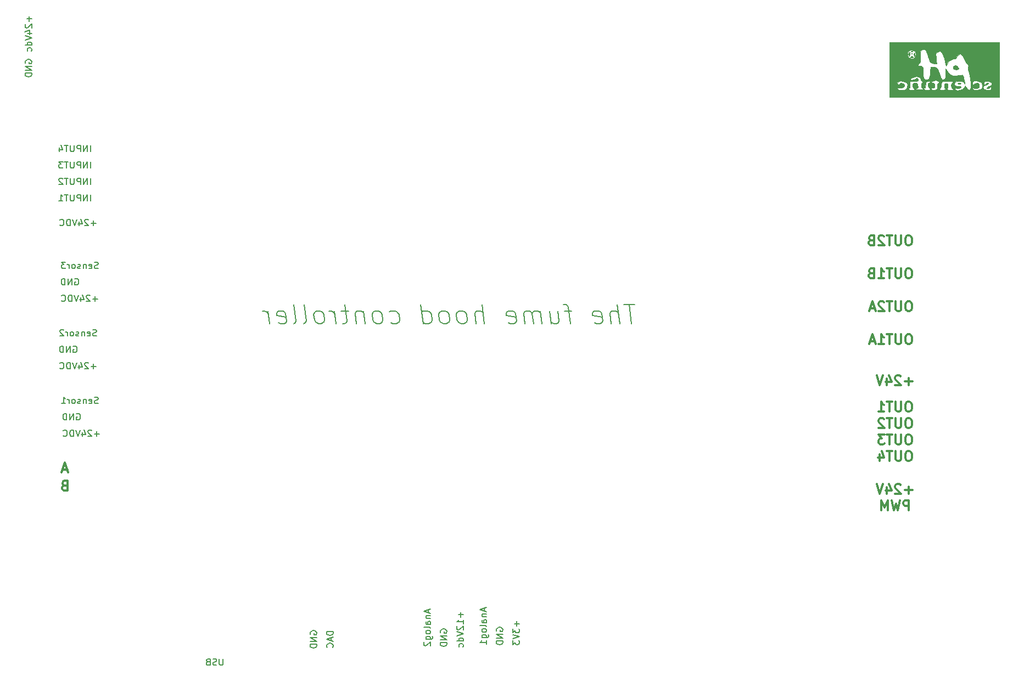
<source format=gbo>
G04 #@! TF.GenerationSoftware,KiCad,Pcbnew,(5.1.2)-2*
G04 #@! TF.CreationDate,2020-01-17T13:49:55+07:00*
G04 #@! TF.ProjectId,ph_door_fume_hood_controller_hw,70685f64-6f6f-4725-9f66-756d655f686f,VinhTho*
G04 #@! TF.SameCoordinates,Original*
G04 #@! TF.FileFunction,Legend,Bot*
G04 #@! TF.FilePolarity,Positive*
%FSLAX46Y46*%
G04 Gerber Fmt 4.6, Leading zero omitted, Abs format (unit mm)*
G04 Created by KiCad (PCBNEW (5.1.2)-2) date 2020-01-17 13:49:55*
%MOMM*%
%LPD*%
G04 APERTURE LIST*
%ADD10C,0.300000*%
%ADD11C,0.200000*%
%ADD12C,0.150000*%
%ADD13C,0.010000*%
G04 APERTURE END LIST*
D10*
X205307142Y-114978571D02*
X205307142Y-113478571D01*
X204735714Y-113478571D01*
X204592857Y-113550000D01*
X204521428Y-113621428D01*
X204450000Y-113764285D01*
X204450000Y-113978571D01*
X204521428Y-114121428D01*
X204592857Y-114192857D01*
X204735714Y-114264285D01*
X205307142Y-114264285D01*
X203950000Y-113478571D02*
X203592857Y-114978571D01*
X203307142Y-113907142D01*
X203021428Y-114978571D01*
X202664285Y-113478571D01*
X202092857Y-114978571D02*
X202092857Y-113478571D01*
X201592857Y-114550000D01*
X201092857Y-113478571D01*
X201092857Y-114978571D01*
D11*
X163056357Y-83193142D02*
X161342071Y-83193142D01*
X162574214Y-86193142D02*
X162199214Y-83193142D01*
X160717071Y-86193142D02*
X160342071Y-83193142D01*
X159431357Y-86193142D02*
X159234928Y-84621714D01*
X159342071Y-84336000D01*
X159609928Y-84193142D01*
X160038500Y-84193142D01*
X160342071Y-84336000D01*
X160502785Y-84478857D01*
X156842071Y-86050285D02*
X157145642Y-86193142D01*
X157717071Y-86193142D01*
X157984928Y-86050285D01*
X158092071Y-85764571D01*
X157949214Y-84621714D01*
X157770642Y-84336000D01*
X157467071Y-84193142D01*
X156895642Y-84193142D01*
X156627785Y-84336000D01*
X156520642Y-84621714D01*
X156556357Y-84907428D01*
X158020642Y-85193142D01*
X153324214Y-84193142D02*
X152181357Y-84193142D01*
X153145642Y-86193142D02*
X152824214Y-83621714D01*
X152645642Y-83336000D01*
X152342071Y-83193142D01*
X152056357Y-83193142D01*
X149895642Y-84193142D02*
X150145642Y-86193142D01*
X151181357Y-84193142D02*
X151377785Y-85764571D01*
X151270642Y-86050285D01*
X151002785Y-86193142D01*
X150574214Y-86193142D01*
X150270642Y-86050285D01*
X150109928Y-85907428D01*
X148717071Y-86193142D02*
X148467071Y-84193142D01*
X148502785Y-84478857D02*
X148342071Y-84336000D01*
X148038500Y-84193142D01*
X147609928Y-84193142D01*
X147342071Y-84336000D01*
X147234928Y-84621714D01*
X147431357Y-86193142D01*
X147234928Y-84621714D02*
X147056357Y-84336000D01*
X146752785Y-84193142D01*
X146324214Y-84193142D01*
X146056357Y-84336000D01*
X145949214Y-84621714D01*
X146145642Y-86193142D01*
X143556357Y-86050285D02*
X143859928Y-86193142D01*
X144431357Y-86193142D01*
X144699214Y-86050285D01*
X144806357Y-85764571D01*
X144663500Y-84621714D01*
X144484928Y-84336000D01*
X144181357Y-84193142D01*
X143609928Y-84193142D01*
X143342071Y-84336000D01*
X143234928Y-84621714D01*
X143270642Y-84907428D01*
X144734928Y-85193142D01*
X139859928Y-86193142D02*
X139484928Y-83193142D01*
X138574214Y-86193142D02*
X138377785Y-84621714D01*
X138484928Y-84336000D01*
X138752785Y-84193142D01*
X139181357Y-84193142D01*
X139484928Y-84336000D01*
X139645642Y-84478857D01*
X136717071Y-86193142D02*
X136984928Y-86050285D01*
X137109928Y-85907428D01*
X137217071Y-85621714D01*
X137109928Y-84764571D01*
X136931357Y-84478857D01*
X136770642Y-84336000D01*
X136467071Y-84193142D01*
X136038500Y-84193142D01*
X135770642Y-84336000D01*
X135645642Y-84478857D01*
X135538500Y-84764571D01*
X135645642Y-85621714D01*
X135824214Y-85907428D01*
X135984928Y-86050285D01*
X136288500Y-86193142D01*
X136717071Y-86193142D01*
X134002785Y-86193142D02*
X134270642Y-86050285D01*
X134395642Y-85907428D01*
X134502785Y-85621714D01*
X134395642Y-84764571D01*
X134217071Y-84478857D01*
X134056357Y-84336000D01*
X133752785Y-84193142D01*
X133324214Y-84193142D01*
X133056357Y-84336000D01*
X132931357Y-84478857D01*
X132824214Y-84764571D01*
X132931357Y-85621714D01*
X133109928Y-85907428D01*
X133270642Y-86050285D01*
X133574214Y-86193142D01*
X134002785Y-86193142D01*
X130431357Y-86193142D02*
X130056357Y-83193142D01*
X130413500Y-86050285D02*
X130717071Y-86193142D01*
X131288500Y-86193142D01*
X131556357Y-86050285D01*
X131681357Y-85907428D01*
X131788500Y-85621714D01*
X131681357Y-84764571D01*
X131502785Y-84478857D01*
X131342071Y-84336000D01*
X131038500Y-84193142D01*
X130467071Y-84193142D01*
X130199214Y-84336000D01*
X125413500Y-86050285D02*
X125717071Y-86193142D01*
X126288500Y-86193142D01*
X126556357Y-86050285D01*
X126681357Y-85907428D01*
X126788500Y-85621714D01*
X126681357Y-84764571D01*
X126502785Y-84478857D01*
X126342071Y-84336000D01*
X126038500Y-84193142D01*
X125467071Y-84193142D01*
X125199214Y-84336000D01*
X123717071Y-86193142D02*
X123984928Y-86050285D01*
X124109928Y-85907428D01*
X124217071Y-85621714D01*
X124109928Y-84764571D01*
X123931357Y-84478857D01*
X123770642Y-84336000D01*
X123467071Y-84193142D01*
X123038500Y-84193142D01*
X122770642Y-84336000D01*
X122645642Y-84478857D01*
X122538500Y-84764571D01*
X122645642Y-85621714D01*
X122824214Y-85907428D01*
X122984928Y-86050285D01*
X123288500Y-86193142D01*
X123717071Y-86193142D01*
X121181357Y-84193142D02*
X121431357Y-86193142D01*
X121217071Y-84478857D02*
X121056357Y-84336000D01*
X120752785Y-84193142D01*
X120324214Y-84193142D01*
X120056357Y-84336000D01*
X119949214Y-84621714D01*
X120145642Y-86193142D01*
X118895642Y-84193142D02*
X117752785Y-84193142D01*
X118342071Y-83193142D02*
X118663500Y-85764571D01*
X118556357Y-86050285D01*
X118288500Y-86193142D01*
X118002785Y-86193142D01*
X117002785Y-86193142D02*
X116752785Y-84193142D01*
X116824214Y-84764571D02*
X116645642Y-84478857D01*
X116484928Y-84336000D01*
X116181357Y-84193142D01*
X115895642Y-84193142D01*
X114717071Y-86193142D02*
X114984928Y-86050285D01*
X115109928Y-85907428D01*
X115217071Y-85621714D01*
X115109928Y-84764571D01*
X114931357Y-84478857D01*
X114770642Y-84336000D01*
X114467071Y-84193142D01*
X114038500Y-84193142D01*
X113770642Y-84336000D01*
X113645642Y-84478857D01*
X113538500Y-84764571D01*
X113645642Y-85621714D01*
X113824214Y-85907428D01*
X113984928Y-86050285D01*
X114288500Y-86193142D01*
X114717071Y-86193142D01*
X112002785Y-86193142D02*
X112270642Y-86050285D01*
X112377785Y-85764571D01*
X112056357Y-83193142D01*
X110431357Y-86193142D02*
X110699214Y-86050285D01*
X110806357Y-85764571D01*
X110484928Y-83193142D01*
X108127785Y-86050285D02*
X108431357Y-86193142D01*
X109002785Y-86193142D01*
X109270642Y-86050285D01*
X109377785Y-85764571D01*
X109234928Y-84621714D01*
X109056357Y-84336000D01*
X108752785Y-84193142D01*
X108181357Y-84193142D01*
X107913500Y-84336000D01*
X107806357Y-84621714D01*
X107842071Y-84907428D01*
X109306357Y-85193142D01*
X106717071Y-86193142D02*
X106467071Y-84193142D01*
X106538500Y-84764571D02*
X106359928Y-84478857D01*
X106199214Y-84336000D01*
X105895642Y-84193142D01*
X105609928Y-84193142D01*
D10*
X205842857Y-111867142D02*
X204700000Y-111867142D01*
X205271428Y-112438571D02*
X205271428Y-111295714D01*
X204057142Y-111081428D02*
X203985714Y-111010000D01*
X203842857Y-110938571D01*
X203485714Y-110938571D01*
X203342857Y-111010000D01*
X203271428Y-111081428D01*
X203200000Y-111224285D01*
X203200000Y-111367142D01*
X203271428Y-111581428D01*
X204128571Y-112438571D01*
X203200000Y-112438571D01*
X201914285Y-111438571D02*
X201914285Y-112438571D01*
X202271428Y-110867142D02*
X202628571Y-111938571D01*
X201700000Y-111938571D01*
X201342857Y-110938571D02*
X200842857Y-112438571D01*
X200342857Y-110938571D01*
X205414285Y-105858571D02*
X205128571Y-105858571D01*
X204985714Y-105930000D01*
X204842857Y-106072857D01*
X204771428Y-106358571D01*
X204771428Y-106858571D01*
X204842857Y-107144285D01*
X204985714Y-107287142D01*
X205128571Y-107358571D01*
X205414285Y-107358571D01*
X205557142Y-107287142D01*
X205700000Y-107144285D01*
X205771428Y-106858571D01*
X205771428Y-106358571D01*
X205700000Y-106072857D01*
X205557142Y-105930000D01*
X205414285Y-105858571D01*
X204128571Y-105858571D02*
X204128571Y-107072857D01*
X204057142Y-107215714D01*
X203985714Y-107287142D01*
X203842857Y-107358571D01*
X203557142Y-107358571D01*
X203414285Y-107287142D01*
X203342857Y-107215714D01*
X203271428Y-107072857D01*
X203271428Y-105858571D01*
X202771428Y-105858571D02*
X201914285Y-105858571D01*
X202342857Y-107358571D02*
X202342857Y-105858571D01*
X200771428Y-106358571D02*
X200771428Y-107358571D01*
X201128571Y-105787142D02*
X201485714Y-106858571D01*
X200557142Y-106858571D01*
X205414285Y-103318571D02*
X205128571Y-103318571D01*
X204985714Y-103390000D01*
X204842857Y-103532857D01*
X204771428Y-103818571D01*
X204771428Y-104318571D01*
X204842857Y-104604285D01*
X204985714Y-104747142D01*
X205128571Y-104818571D01*
X205414285Y-104818571D01*
X205557142Y-104747142D01*
X205700000Y-104604285D01*
X205771428Y-104318571D01*
X205771428Y-103818571D01*
X205700000Y-103532857D01*
X205557142Y-103390000D01*
X205414285Y-103318571D01*
X204128571Y-103318571D02*
X204128571Y-104532857D01*
X204057142Y-104675714D01*
X203985714Y-104747142D01*
X203842857Y-104818571D01*
X203557142Y-104818571D01*
X203414285Y-104747142D01*
X203342857Y-104675714D01*
X203271428Y-104532857D01*
X203271428Y-103318571D01*
X202771428Y-103318571D02*
X201914285Y-103318571D01*
X202342857Y-104818571D02*
X202342857Y-103318571D01*
X201557142Y-103318571D02*
X200628571Y-103318571D01*
X201128571Y-103890000D01*
X200914285Y-103890000D01*
X200771428Y-103961428D01*
X200700000Y-104032857D01*
X200628571Y-104175714D01*
X200628571Y-104532857D01*
X200700000Y-104675714D01*
X200771428Y-104747142D01*
X200914285Y-104818571D01*
X201342857Y-104818571D01*
X201485714Y-104747142D01*
X201557142Y-104675714D01*
X205414285Y-100778571D02*
X205128571Y-100778571D01*
X204985714Y-100850000D01*
X204842857Y-100992857D01*
X204771428Y-101278571D01*
X204771428Y-101778571D01*
X204842857Y-102064285D01*
X204985714Y-102207142D01*
X205128571Y-102278571D01*
X205414285Y-102278571D01*
X205557142Y-102207142D01*
X205700000Y-102064285D01*
X205771428Y-101778571D01*
X205771428Y-101278571D01*
X205700000Y-100992857D01*
X205557142Y-100850000D01*
X205414285Y-100778571D01*
X204128571Y-100778571D02*
X204128571Y-101992857D01*
X204057142Y-102135714D01*
X203985714Y-102207142D01*
X203842857Y-102278571D01*
X203557142Y-102278571D01*
X203414285Y-102207142D01*
X203342857Y-102135714D01*
X203271428Y-101992857D01*
X203271428Y-100778571D01*
X202771428Y-100778571D02*
X201914285Y-100778571D01*
X202342857Y-102278571D02*
X202342857Y-100778571D01*
X201485714Y-100921428D02*
X201414285Y-100850000D01*
X201271428Y-100778571D01*
X200914285Y-100778571D01*
X200771428Y-100850000D01*
X200700000Y-100921428D01*
X200628571Y-101064285D01*
X200628571Y-101207142D01*
X200700000Y-101421428D01*
X201557142Y-102278571D01*
X200628571Y-102278571D01*
X205414285Y-98238571D02*
X205128571Y-98238571D01*
X204985714Y-98310000D01*
X204842857Y-98452857D01*
X204771428Y-98738571D01*
X204771428Y-99238571D01*
X204842857Y-99524285D01*
X204985714Y-99667142D01*
X205128571Y-99738571D01*
X205414285Y-99738571D01*
X205557142Y-99667142D01*
X205700000Y-99524285D01*
X205771428Y-99238571D01*
X205771428Y-98738571D01*
X205700000Y-98452857D01*
X205557142Y-98310000D01*
X205414285Y-98238571D01*
X204128571Y-98238571D02*
X204128571Y-99452857D01*
X204057142Y-99595714D01*
X203985714Y-99667142D01*
X203842857Y-99738571D01*
X203557142Y-99738571D01*
X203414285Y-99667142D01*
X203342857Y-99595714D01*
X203271428Y-99452857D01*
X203271428Y-98238571D01*
X202771428Y-98238571D02*
X201914285Y-98238571D01*
X202342857Y-99738571D02*
X202342857Y-98238571D01*
X200628571Y-99738571D02*
X201485714Y-99738571D01*
X201057142Y-99738571D02*
X201057142Y-98238571D01*
X201200000Y-98452857D01*
X201342857Y-98595714D01*
X201485714Y-98667142D01*
X205842857Y-95103142D02*
X204700000Y-95103142D01*
X205271428Y-95674571D02*
X205271428Y-94531714D01*
X204057142Y-94317428D02*
X203985714Y-94246000D01*
X203842857Y-94174571D01*
X203485714Y-94174571D01*
X203342857Y-94246000D01*
X203271428Y-94317428D01*
X203200000Y-94460285D01*
X203200000Y-94603142D01*
X203271428Y-94817428D01*
X204128571Y-95674571D01*
X203200000Y-95674571D01*
X201914285Y-94674571D02*
X201914285Y-95674571D01*
X202271428Y-94103142D02*
X202628571Y-95174571D01*
X201700000Y-95174571D01*
X201342857Y-94174571D02*
X200842857Y-95674571D01*
X200342857Y-94174571D01*
X205402285Y-72584571D02*
X205116571Y-72584571D01*
X204973714Y-72656000D01*
X204830857Y-72798857D01*
X204759428Y-73084571D01*
X204759428Y-73584571D01*
X204830857Y-73870285D01*
X204973714Y-74013142D01*
X205116571Y-74084571D01*
X205402285Y-74084571D01*
X205545142Y-74013142D01*
X205688000Y-73870285D01*
X205759428Y-73584571D01*
X205759428Y-73084571D01*
X205688000Y-72798857D01*
X205545142Y-72656000D01*
X205402285Y-72584571D01*
X204116571Y-72584571D02*
X204116571Y-73798857D01*
X204045142Y-73941714D01*
X203973714Y-74013142D01*
X203830857Y-74084571D01*
X203545142Y-74084571D01*
X203402285Y-74013142D01*
X203330857Y-73941714D01*
X203259428Y-73798857D01*
X203259428Y-72584571D01*
X202759428Y-72584571D02*
X201902285Y-72584571D01*
X202330857Y-74084571D02*
X202330857Y-72584571D01*
X201473714Y-72727428D02*
X201402285Y-72656000D01*
X201259428Y-72584571D01*
X200902285Y-72584571D01*
X200759428Y-72656000D01*
X200688000Y-72727428D01*
X200616571Y-72870285D01*
X200616571Y-73013142D01*
X200688000Y-73227428D01*
X201545142Y-74084571D01*
X200616571Y-74084571D01*
X199473714Y-73298857D02*
X199259428Y-73370285D01*
X199188000Y-73441714D01*
X199116571Y-73584571D01*
X199116571Y-73798857D01*
X199188000Y-73941714D01*
X199259428Y-74013142D01*
X199402285Y-74084571D01*
X199973714Y-74084571D01*
X199973714Y-72584571D01*
X199473714Y-72584571D01*
X199330857Y-72656000D01*
X199259428Y-72727428D01*
X199188000Y-72870285D01*
X199188000Y-73013142D01*
X199259428Y-73156000D01*
X199330857Y-73227428D01*
X199473714Y-73298857D01*
X199973714Y-73298857D01*
X205402285Y-77664571D02*
X205116571Y-77664571D01*
X204973714Y-77736000D01*
X204830857Y-77878857D01*
X204759428Y-78164571D01*
X204759428Y-78664571D01*
X204830857Y-78950285D01*
X204973714Y-79093142D01*
X205116571Y-79164571D01*
X205402285Y-79164571D01*
X205545142Y-79093142D01*
X205688000Y-78950285D01*
X205759428Y-78664571D01*
X205759428Y-78164571D01*
X205688000Y-77878857D01*
X205545142Y-77736000D01*
X205402285Y-77664571D01*
X204116571Y-77664571D02*
X204116571Y-78878857D01*
X204045142Y-79021714D01*
X203973714Y-79093142D01*
X203830857Y-79164571D01*
X203545142Y-79164571D01*
X203402285Y-79093142D01*
X203330857Y-79021714D01*
X203259428Y-78878857D01*
X203259428Y-77664571D01*
X202759428Y-77664571D02*
X201902285Y-77664571D01*
X202330857Y-79164571D02*
X202330857Y-77664571D01*
X200616571Y-79164571D02*
X201473714Y-79164571D01*
X201045142Y-79164571D02*
X201045142Y-77664571D01*
X201188000Y-77878857D01*
X201330857Y-78021714D01*
X201473714Y-78093142D01*
X199473714Y-78378857D02*
X199259428Y-78450285D01*
X199188000Y-78521714D01*
X199116571Y-78664571D01*
X199116571Y-78878857D01*
X199188000Y-79021714D01*
X199259428Y-79093142D01*
X199402285Y-79164571D01*
X199973714Y-79164571D01*
X199973714Y-77664571D01*
X199473714Y-77664571D01*
X199330857Y-77736000D01*
X199259428Y-77807428D01*
X199188000Y-77950285D01*
X199188000Y-78093142D01*
X199259428Y-78236000D01*
X199330857Y-78307428D01*
X199473714Y-78378857D01*
X199973714Y-78378857D01*
X205422142Y-82744571D02*
X205136428Y-82744571D01*
X204993571Y-82816000D01*
X204850714Y-82958857D01*
X204779285Y-83244571D01*
X204779285Y-83744571D01*
X204850714Y-84030285D01*
X204993571Y-84173142D01*
X205136428Y-84244571D01*
X205422142Y-84244571D01*
X205565000Y-84173142D01*
X205707857Y-84030285D01*
X205779285Y-83744571D01*
X205779285Y-83244571D01*
X205707857Y-82958857D01*
X205565000Y-82816000D01*
X205422142Y-82744571D01*
X204136428Y-82744571D02*
X204136428Y-83958857D01*
X204065000Y-84101714D01*
X203993571Y-84173142D01*
X203850714Y-84244571D01*
X203565000Y-84244571D01*
X203422142Y-84173142D01*
X203350714Y-84101714D01*
X203279285Y-83958857D01*
X203279285Y-82744571D01*
X202779285Y-82744571D02*
X201922142Y-82744571D01*
X202350714Y-84244571D02*
X202350714Y-82744571D01*
X201493571Y-82887428D02*
X201422142Y-82816000D01*
X201279285Y-82744571D01*
X200922142Y-82744571D01*
X200779285Y-82816000D01*
X200707857Y-82887428D01*
X200636428Y-83030285D01*
X200636428Y-83173142D01*
X200707857Y-83387428D01*
X201565000Y-84244571D01*
X200636428Y-84244571D01*
X200065000Y-83816000D02*
X199350714Y-83816000D01*
X200207857Y-84244571D02*
X199707857Y-82744571D01*
X199207857Y-84244571D01*
X205422142Y-87824571D02*
X205136428Y-87824571D01*
X204993571Y-87896000D01*
X204850714Y-88038857D01*
X204779285Y-88324571D01*
X204779285Y-88824571D01*
X204850714Y-89110285D01*
X204993571Y-89253142D01*
X205136428Y-89324571D01*
X205422142Y-89324571D01*
X205565000Y-89253142D01*
X205707857Y-89110285D01*
X205779285Y-88824571D01*
X205779285Y-88324571D01*
X205707857Y-88038857D01*
X205565000Y-87896000D01*
X205422142Y-87824571D01*
X204136428Y-87824571D02*
X204136428Y-89038857D01*
X204065000Y-89181714D01*
X203993571Y-89253142D01*
X203850714Y-89324571D01*
X203565000Y-89324571D01*
X203422142Y-89253142D01*
X203350714Y-89181714D01*
X203279285Y-89038857D01*
X203279285Y-87824571D01*
X202779285Y-87824571D02*
X201922142Y-87824571D01*
X202350714Y-89324571D02*
X202350714Y-87824571D01*
X200636428Y-89324571D02*
X201493571Y-89324571D01*
X201065000Y-89324571D02*
X201065000Y-87824571D01*
X201207857Y-88038857D01*
X201350714Y-88181714D01*
X201493571Y-88253142D01*
X200065000Y-88896000D02*
X199350714Y-88896000D01*
X200207857Y-89324571D02*
X199707857Y-87824571D01*
X199207857Y-89324571D01*
D12*
X139866666Y-130056285D02*
X139866666Y-130532476D01*
X140152380Y-129961047D02*
X139152380Y-130294380D01*
X140152380Y-130627714D01*
X139485714Y-130961047D02*
X140152380Y-130961047D01*
X139580952Y-130961047D02*
X139533333Y-131008666D01*
X139485714Y-131103904D01*
X139485714Y-131246761D01*
X139533333Y-131342000D01*
X139628571Y-131389619D01*
X140152380Y-131389619D01*
X140152380Y-132294380D02*
X139628571Y-132294380D01*
X139533333Y-132246761D01*
X139485714Y-132151523D01*
X139485714Y-131961047D01*
X139533333Y-131865809D01*
X140104761Y-132294380D02*
X140152380Y-132199142D01*
X140152380Y-131961047D01*
X140104761Y-131865809D01*
X140009523Y-131818190D01*
X139914285Y-131818190D01*
X139819047Y-131865809D01*
X139771428Y-131961047D01*
X139771428Y-132199142D01*
X139723809Y-132294380D01*
X140152380Y-132913428D02*
X140104761Y-132818190D01*
X140009523Y-132770571D01*
X139152380Y-132770571D01*
X140152380Y-133437238D02*
X140104761Y-133342000D01*
X140057142Y-133294380D01*
X139961904Y-133246761D01*
X139676190Y-133246761D01*
X139580952Y-133294380D01*
X139533333Y-133342000D01*
X139485714Y-133437238D01*
X139485714Y-133580095D01*
X139533333Y-133675333D01*
X139580952Y-133722952D01*
X139676190Y-133770571D01*
X139961904Y-133770571D01*
X140057142Y-133722952D01*
X140104761Y-133675333D01*
X140152380Y-133580095D01*
X140152380Y-133437238D01*
X139485714Y-134627714D02*
X140295238Y-134627714D01*
X140390476Y-134580095D01*
X140438095Y-134532476D01*
X140485714Y-134437238D01*
X140485714Y-134294380D01*
X140438095Y-134199142D01*
X140104761Y-134627714D02*
X140152380Y-134532476D01*
X140152380Y-134342000D01*
X140104761Y-134246761D01*
X140057142Y-134199142D01*
X139961904Y-134151523D01*
X139676190Y-134151523D01*
X139580952Y-134199142D01*
X139533333Y-134246761D01*
X139485714Y-134342000D01*
X139485714Y-134532476D01*
X139533333Y-134627714D01*
X140152380Y-135627714D02*
X140152380Y-135056285D01*
X140152380Y-135342000D02*
X139152380Y-135342000D01*
X139295238Y-135246761D01*
X139390476Y-135151523D01*
X139438095Y-135056285D01*
X141740000Y-133604095D02*
X141692380Y-133508857D01*
X141692380Y-133366000D01*
X141740000Y-133223142D01*
X141835238Y-133127904D01*
X141930476Y-133080285D01*
X142120952Y-133032666D01*
X142263809Y-133032666D01*
X142454285Y-133080285D01*
X142549523Y-133127904D01*
X142644761Y-133223142D01*
X142692380Y-133366000D01*
X142692380Y-133461238D01*
X142644761Y-133604095D01*
X142597142Y-133651714D01*
X142263809Y-133651714D01*
X142263809Y-133461238D01*
X142692380Y-134080285D02*
X141692380Y-134080285D01*
X142692380Y-134651714D01*
X141692380Y-134651714D01*
X142692380Y-135127904D02*
X141692380Y-135127904D01*
X141692380Y-135366000D01*
X141740000Y-135508857D01*
X141835238Y-135604095D01*
X141930476Y-135651714D01*
X142120952Y-135699333D01*
X142263809Y-135699333D01*
X142454285Y-135651714D01*
X142549523Y-135604095D01*
X142644761Y-135508857D01*
X142692380Y-135366000D01*
X142692380Y-135127904D01*
X144851428Y-132096095D02*
X144851428Y-132858000D01*
X145232380Y-132477047D02*
X144470476Y-132477047D01*
X144232380Y-133238952D02*
X144232380Y-133858000D01*
X144613333Y-133524666D01*
X144613333Y-133667523D01*
X144660952Y-133762761D01*
X144708571Y-133810380D01*
X144803809Y-133858000D01*
X145041904Y-133858000D01*
X145137142Y-133810380D01*
X145184761Y-133762761D01*
X145232380Y-133667523D01*
X145232380Y-133381809D01*
X145184761Y-133286571D01*
X145137142Y-133238952D01*
X144232380Y-134143714D02*
X145232380Y-134477047D01*
X144232380Y-134810380D01*
X144232380Y-135048476D02*
X144232380Y-135667523D01*
X144613333Y-135334190D01*
X144613333Y-135477047D01*
X144660952Y-135572285D01*
X144708571Y-135619904D01*
X144803809Y-135667523D01*
X145041904Y-135667523D01*
X145137142Y-135619904D01*
X145184761Y-135572285D01*
X145232380Y-135477047D01*
X145232380Y-135191333D01*
X145184761Y-135096095D01*
X145137142Y-135048476D01*
X136215428Y-130707142D02*
X136215428Y-131469047D01*
X136596380Y-131088095D02*
X135834476Y-131088095D01*
X136596380Y-132469047D02*
X136596380Y-131897619D01*
X136596380Y-132183333D02*
X135596380Y-132183333D01*
X135739238Y-132088095D01*
X135834476Y-131992857D01*
X135882095Y-131897619D01*
X135691619Y-132850000D02*
X135644000Y-132897619D01*
X135596380Y-132992857D01*
X135596380Y-133230952D01*
X135644000Y-133326190D01*
X135691619Y-133373809D01*
X135786857Y-133421428D01*
X135882095Y-133421428D01*
X136024952Y-133373809D01*
X136596380Y-132802380D01*
X136596380Y-133421428D01*
X135596380Y-133707142D02*
X136596380Y-134040476D01*
X135596380Y-134373809D01*
X136596380Y-135135714D02*
X135596380Y-135135714D01*
X136548761Y-135135714D02*
X136596380Y-135040476D01*
X136596380Y-134850000D01*
X136548761Y-134754761D01*
X136501142Y-134707142D01*
X136405904Y-134659523D01*
X136120190Y-134659523D01*
X136024952Y-134707142D01*
X135977333Y-134754761D01*
X135929714Y-134850000D01*
X135929714Y-135040476D01*
X135977333Y-135135714D01*
X136548761Y-136040476D02*
X136596380Y-135945238D01*
X136596380Y-135754761D01*
X136548761Y-135659523D01*
X136501142Y-135611904D01*
X136405904Y-135564285D01*
X136120190Y-135564285D01*
X136024952Y-135611904D01*
X135977333Y-135659523D01*
X135929714Y-135754761D01*
X135929714Y-135945238D01*
X135977333Y-136040476D01*
X133104000Y-133858095D02*
X133056380Y-133762857D01*
X133056380Y-133620000D01*
X133104000Y-133477142D01*
X133199238Y-133381904D01*
X133294476Y-133334285D01*
X133484952Y-133286666D01*
X133627809Y-133286666D01*
X133818285Y-133334285D01*
X133913523Y-133381904D01*
X134008761Y-133477142D01*
X134056380Y-133620000D01*
X134056380Y-133715238D01*
X134008761Y-133858095D01*
X133961142Y-133905714D01*
X133627809Y-133905714D01*
X133627809Y-133715238D01*
X134056380Y-134334285D02*
X133056380Y-134334285D01*
X134056380Y-134905714D01*
X133056380Y-134905714D01*
X134056380Y-135381904D02*
X133056380Y-135381904D01*
X133056380Y-135620000D01*
X133104000Y-135762857D01*
X133199238Y-135858095D01*
X133294476Y-135905714D01*
X133484952Y-135953333D01*
X133627809Y-135953333D01*
X133818285Y-135905714D01*
X133913523Y-135858095D01*
X134008761Y-135762857D01*
X134056380Y-135620000D01*
X134056380Y-135381904D01*
X131230666Y-130310285D02*
X131230666Y-130786476D01*
X131516380Y-130215047D02*
X130516380Y-130548380D01*
X131516380Y-130881714D01*
X130849714Y-131215047D02*
X131516380Y-131215047D01*
X130944952Y-131215047D02*
X130897333Y-131262666D01*
X130849714Y-131357904D01*
X130849714Y-131500761D01*
X130897333Y-131596000D01*
X130992571Y-131643619D01*
X131516380Y-131643619D01*
X131516380Y-132548380D02*
X130992571Y-132548380D01*
X130897333Y-132500761D01*
X130849714Y-132405523D01*
X130849714Y-132215047D01*
X130897333Y-132119809D01*
X131468761Y-132548380D02*
X131516380Y-132453142D01*
X131516380Y-132215047D01*
X131468761Y-132119809D01*
X131373523Y-132072190D01*
X131278285Y-132072190D01*
X131183047Y-132119809D01*
X131135428Y-132215047D01*
X131135428Y-132453142D01*
X131087809Y-132548380D01*
X131516380Y-133167428D02*
X131468761Y-133072190D01*
X131373523Y-133024571D01*
X130516380Y-133024571D01*
X131516380Y-133691238D02*
X131468761Y-133596000D01*
X131421142Y-133548380D01*
X131325904Y-133500761D01*
X131040190Y-133500761D01*
X130944952Y-133548380D01*
X130897333Y-133596000D01*
X130849714Y-133691238D01*
X130849714Y-133834095D01*
X130897333Y-133929333D01*
X130944952Y-133976952D01*
X131040190Y-134024571D01*
X131325904Y-134024571D01*
X131421142Y-133976952D01*
X131468761Y-133929333D01*
X131516380Y-133834095D01*
X131516380Y-133691238D01*
X130849714Y-134881714D02*
X131659238Y-134881714D01*
X131754476Y-134834095D01*
X131802095Y-134786476D01*
X131849714Y-134691238D01*
X131849714Y-134548380D01*
X131802095Y-134453142D01*
X131468761Y-134881714D02*
X131516380Y-134786476D01*
X131516380Y-134596000D01*
X131468761Y-134500761D01*
X131421142Y-134453142D01*
X131325904Y-134405523D01*
X131040190Y-134405523D01*
X130944952Y-134453142D01*
X130897333Y-134500761D01*
X130849714Y-134596000D01*
X130849714Y-134786476D01*
X130897333Y-134881714D01*
X130611619Y-135310285D02*
X130564000Y-135357904D01*
X130516380Y-135453142D01*
X130516380Y-135691238D01*
X130564000Y-135786476D01*
X130611619Y-135834095D01*
X130706857Y-135881714D01*
X130802095Y-135881714D01*
X130944952Y-135834095D01*
X131516380Y-135262666D01*
X131516380Y-135881714D01*
X113038000Y-134112095D02*
X112990380Y-134016857D01*
X112990380Y-133874000D01*
X113038000Y-133731142D01*
X113133238Y-133635904D01*
X113228476Y-133588285D01*
X113418952Y-133540666D01*
X113561809Y-133540666D01*
X113752285Y-133588285D01*
X113847523Y-133635904D01*
X113942761Y-133731142D01*
X113990380Y-133874000D01*
X113990380Y-133969238D01*
X113942761Y-134112095D01*
X113895142Y-134159714D01*
X113561809Y-134159714D01*
X113561809Y-133969238D01*
X113990380Y-134588285D02*
X112990380Y-134588285D01*
X113990380Y-135159714D01*
X112990380Y-135159714D01*
X113990380Y-135635904D02*
X112990380Y-135635904D01*
X112990380Y-135874000D01*
X113038000Y-136016857D01*
X113133238Y-136112095D01*
X113228476Y-136159714D01*
X113418952Y-136207333D01*
X113561809Y-136207333D01*
X113752285Y-136159714D01*
X113847523Y-136112095D01*
X113942761Y-136016857D01*
X113990380Y-135874000D01*
X113990380Y-135635904D01*
X116530380Y-133683523D02*
X115530380Y-133683523D01*
X115530380Y-133921619D01*
X115578000Y-134064476D01*
X115673238Y-134159714D01*
X115768476Y-134207333D01*
X115958952Y-134254952D01*
X116101809Y-134254952D01*
X116292285Y-134207333D01*
X116387523Y-134159714D01*
X116482761Y-134064476D01*
X116530380Y-133921619D01*
X116530380Y-133683523D01*
X116244666Y-134635904D02*
X116244666Y-135112095D01*
X116530380Y-134540666D02*
X115530380Y-134874000D01*
X116530380Y-135207333D01*
X116435142Y-136112095D02*
X116482761Y-136064476D01*
X116530380Y-135921619D01*
X116530380Y-135826380D01*
X116482761Y-135683523D01*
X116387523Y-135588285D01*
X116292285Y-135540666D01*
X116101809Y-135493047D01*
X115958952Y-135493047D01*
X115768476Y-135540666D01*
X115673238Y-135588285D01*
X115578000Y-135683523D01*
X115530380Y-135826380D01*
X115530380Y-135921619D01*
X115578000Y-136064476D01*
X115625619Y-136112095D01*
X99559904Y-137882380D02*
X99559904Y-138691904D01*
X99512285Y-138787142D01*
X99464666Y-138834761D01*
X99369428Y-138882380D01*
X99178952Y-138882380D01*
X99083714Y-138834761D01*
X99036095Y-138787142D01*
X98988476Y-138691904D01*
X98988476Y-137882380D01*
X98559904Y-138834761D02*
X98417047Y-138882380D01*
X98178952Y-138882380D01*
X98083714Y-138834761D01*
X98036095Y-138787142D01*
X97988476Y-138691904D01*
X97988476Y-138596666D01*
X98036095Y-138501428D01*
X98083714Y-138453809D01*
X98178952Y-138406190D01*
X98369428Y-138358571D01*
X98464666Y-138310952D01*
X98512285Y-138263333D01*
X98559904Y-138168095D01*
X98559904Y-138072857D01*
X98512285Y-137977619D01*
X98464666Y-137930000D01*
X98369428Y-137882380D01*
X98131333Y-137882380D01*
X97988476Y-137930000D01*
X97226571Y-138358571D02*
X97083714Y-138406190D01*
X97036095Y-138453809D01*
X96988476Y-138549047D01*
X96988476Y-138691904D01*
X97036095Y-138787142D01*
X97083714Y-138834761D01*
X97178952Y-138882380D01*
X97559904Y-138882380D01*
X97559904Y-137882380D01*
X97226571Y-137882380D01*
X97131333Y-137930000D01*
X97083714Y-137977619D01*
X97036095Y-138072857D01*
X97036095Y-138168095D01*
X97083714Y-138263333D01*
X97131333Y-138310952D01*
X97226571Y-138358571D01*
X97559904Y-138358571D01*
D10*
X75076857Y-111144857D02*
X74862571Y-111216285D01*
X74791142Y-111287714D01*
X74719714Y-111430571D01*
X74719714Y-111644857D01*
X74791142Y-111787714D01*
X74862571Y-111859142D01*
X75005428Y-111930571D01*
X75576857Y-111930571D01*
X75576857Y-110430571D01*
X75076857Y-110430571D01*
X74934000Y-110502000D01*
X74862571Y-110573428D01*
X74791142Y-110716285D01*
X74791142Y-110859142D01*
X74862571Y-111002000D01*
X74934000Y-111073428D01*
X75076857Y-111144857D01*
X75576857Y-111144857D01*
X74826857Y-108708000D02*
X75541142Y-108708000D01*
X74684000Y-109136571D02*
X75184000Y-107636571D01*
X75684000Y-109136571D01*
D12*
X80485904Y-103195428D02*
X79724000Y-103195428D01*
X80104952Y-103576380D02*
X80104952Y-102814476D01*
X79295428Y-102671619D02*
X79247809Y-102624000D01*
X79152571Y-102576380D01*
X78914476Y-102576380D01*
X78819238Y-102624000D01*
X78771619Y-102671619D01*
X78724000Y-102766857D01*
X78724000Y-102862095D01*
X78771619Y-103004952D01*
X79343047Y-103576380D01*
X78724000Y-103576380D01*
X77866857Y-102909714D02*
X77866857Y-103576380D01*
X78104952Y-102528761D02*
X78343047Y-103243047D01*
X77724000Y-103243047D01*
X77485904Y-102576380D02*
X77152571Y-103576380D01*
X76819238Y-102576380D01*
X76485904Y-103576380D02*
X76485904Y-102576380D01*
X76247809Y-102576380D01*
X76104952Y-102624000D01*
X76009714Y-102719238D01*
X75962095Y-102814476D01*
X75914476Y-103004952D01*
X75914476Y-103147809D01*
X75962095Y-103338285D01*
X76009714Y-103433523D01*
X76104952Y-103528761D01*
X76247809Y-103576380D01*
X76485904Y-103576380D01*
X74914476Y-103481142D02*
X74962095Y-103528761D01*
X75104952Y-103576380D01*
X75200190Y-103576380D01*
X75343047Y-103528761D01*
X75438285Y-103433523D01*
X75485904Y-103338285D01*
X75533523Y-103147809D01*
X75533523Y-103004952D01*
X75485904Y-102814476D01*
X75438285Y-102719238D01*
X75343047Y-102624000D01*
X75200190Y-102576380D01*
X75104952Y-102576380D01*
X74962095Y-102624000D01*
X74914476Y-102671619D01*
X76961904Y-100084000D02*
X77057142Y-100036380D01*
X77200000Y-100036380D01*
X77342857Y-100084000D01*
X77438095Y-100179238D01*
X77485714Y-100274476D01*
X77533333Y-100464952D01*
X77533333Y-100607809D01*
X77485714Y-100798285D01*
X77438095Y-100893523D01*
X77342857Y-100988761D01*
X77200000Y-101036380D01*
X77104761Y-101036380D01*
X76961904Y-100988761D01*
X76914285Y-100941142D01*
X76914285Y-100607809D01*
X77104761Y-100607809D01*
X76485714Y-101036380D02*
X76485714Y-100036380D01*
X75914285Y-101036380D01*
X75914285Y-100036380D01*
X75438095Y-101036380D02*
X75438095Y-100036380D01*
X75200000Y-100036380D01*
X75057142Y-100084000D01*
X74961904Y-100179238D01*
X74914285Y-100274476D01*
X74866666Y-100464952D01*
X74866666Y-100607809D01*
X74914285Y-100798285D01*
X74961904Y-100893523D01*
X75057142Y-100988761D01*
X75200000Y-101036380D01*
X75438095Y-101036380D01*
X80279523Y-98448761D02*
X80136666Y-98496380D01*
X79898571Y-98496380D01*
X79803333Y-98448761D01*
X79755714Y-98401142D01*
X79708095Y-98305904D01*
X79708095Y-98210666D01*
X79755714Y-98115428D01*
X79803333Y-98067809D01*
X79898571Y-98020190D01*
X80089047Y-97972571D01*
X80184285Y-97924952D01*
X80231904Y-97877333D01*
X80279523Y-97782095D01*
X80279523Y-97686857D01*
X80231904Y-97591619D01*
X80184285Y-97544000D01*
X80089047Y-97496380D01*
X79850952Y-97496380D01*
X79708095Y-97544000D01*
X78898571Y-98448761D02*
X78993809Y-98496380D01*
X79184285Y-98496380D01*
X79279523Y-98448761D01*
X79327142Y-98353523D01*
X79327142Y-97972571D01*
X79279523Y-97877333D01*
X79184285Y-97829714D01*
X78993809Y-97829714D01*
X78898571Y-97877333D01*
X78850952Y-97972571D01*
X78850952Y-98067809D01*
X79327142Y-98163047D01*
X78422380Y-97829714D02*
X78422380Y-98496380D01*
X78422380Y-97924952D02*
X78374761Y-97877333D01*
X78279523Y-97829714D01*
X78136666Y-97829714D01*
X78041428Y-97877333D01*
X77993809Y-97972571D01*
X77993809Y-98496380D01*
X77565238Y-98448761D02*
X77470000Y-98496380D01*
X77279523Y-98496380D01*
X77184285Y-98448761D01*
X77136666Y-98353523D01*
X77136666Y-98305904D01*
X77184285Y-98210666D01*
X77279523Y-98163047D01*
X77422380Y-98163047D01*
X77517619Y-98115428D01*
X77565238Y-98020190D01*
X77565238Y-97972571D01*
X77517619Y-97877333D01*
X77422380Y-97829714D01*
X77279523Y-97829714D01*
X77184285Y-97877333D01*
X76565238Y-98496380D02*
X76660476Y-98448761D01*
X76708095Y-98401142D01*
X76755714Y-98305904D01*
X76755714Y-98020190D01*
X76708095Y-97924952D01*
X76660476Y-97877333D01*
X76565238Y-97829714D01*
X76422380Y-97829714D01*
X76327142Y-97877333D01*
X76279523Y-97924952D01*
X76231904Y-98020190D01*
X76231904Y-98305904D01*
X76279523Y-98401142D01*
X76327142Y-98448761D01*
X76422380Y-98496380D01*
X76565238Y-98496380D01*
X75803333Y-98496380D02*
X75803333Y-97829714D01*
X75803333Y-98020190D02*
X75755714Y-97924952D01*
X75708095Y-97877333D01*
X75612857Y-97829714D01*
X75517619Y-97829714D01*
X74660476Y-98496380D02*
X75231904Y-98496380D01*
X74946190Y-98496380D02*
X74946190Y-97496380D01*
X75041428Y-97639238D01*
X75136666Y-97734476D01*
X75231904Y-97782095D01*
X79977904Y-92781428D02*
X79216000Y-92781428D01*
X79596952Y-93162380D02*
X79596952Y-92400476D01*
X78787428Y-92257619D02*
X78739809Y-92210000D01*
X78644571Y-92162380D01*
X78406476Y-92162380D01*
X78311238Y-92210000D01*
X78263619Y-92257619D01*
X78216000Y-92352857D01*
X78216000Y-92448095D01*
X78263619Y-92590952D01*
X78835047Y-93162380D01*
X78216000Y-93162380D01*
X77358857Y-92495714D02*
X77358857Y-93162380D01*
X77596952Y-92114761D02*
X77835047Y-92829047D01*
X77216000Y-92829047D01*
X76977904Y-92162380D02*
X76644571Y-93162380D01*
X76311238Y-92162380D01*
X75977904Y-93162380D02*
X75977904Y-92162380D01*
X75739809Y-92162380D01*
X75596952Y-92210000D01*
X75501714Y-92305238D01*
X75454095Y-92400476D01*
X75406476Y-92590952D01*
X75406476Y-92733809D01*
X75454095Y-92924285D01*
X75501714Y-93019523D01*
X75596952Y-93114761D01*
X75739809Y-93162380D01*
X75977904Y-93162380D01*
X74406476Y-93067142D02*
X74454095Y-93114761D01*
X74596952Y-93162380D01*
X74692190Y-93162380D01*
X74835047Y-93114761D01*
X74930285Y-93019523D01*
X74977904Y-92924285D01*
X75025523Y-92733809D01*
X75025523Y-92590952D01*
X74977904Y-92400476D01*
X74930285Y-92305238D01*
X74835047Y-92210000D01*
X74692190Y-92162380D01*
X74596952Y-92162380D01*
X74454095Y-92210000D01*
X74406476Y-92257619D01*
X76453904Y-89670000D02*
X76549142Y-89622380D01*
X76692000Y-89622380D01*
X76834857Y-89670000D01*
X76930095Y-89765238D01*
X76977714Y-89860476D01*
X77025333Y-90050952D01*
X77025333Y-90193809D01*
X76977714Y-90384285D01*
X76930095Y-90479523D01*
X76834857Y-90574761D01*
X76692000Y-90622380D01*
X76596761Y-90622380D01*
X76453904Y-90574761D01*
X76406285Y-90527142D01*
X76406285Y-90193809D01*
X76596761Y-90193809D01*
X75977714Y-90622380D02*
X75977714Y-89622380D01*
X75406285Y-90622380D01*
X75406285Y-89622380D01*
X74930095Y-90622380D02*
X74930095Y-89622380D01*
X74692000Y-89622380D01*
X74549142Y-89670000D01*
X74453904Y-89765238D01*
X74406285Y-89860476D01*
X74358666Y-90050952D01*
X74358666Y-90193809D01*
X74406285Y-90384285D01*
X74453904Y-90479523D01*
X74549142Y-90574761D01*
X74692000Y-90622380D01*
X74930095Y-90622380D01*
X80025523Y-88034761D02*
X79882666Y-88082380D01*
X79644571Y-88082380D01*
X79549333Y-88034761D01*
X79501714Y-87987142D01*
X79454095Y-87891904D01*
X79454095Y-87796666D01*
X79501714Y-87701428D01*
X79549333Y-87653809D01*
X79644571Y-87606190D01*
X79835047Y-87558571D01*
X79930285Y-87510952D01*
X79977904Y-87463333D01*
X80025523Y-87368095D01*
X80025523Y-87272857D01*
X79977904Y-87177619D01*
X79930285Y-87130000D01*
X79835047Y-87082380D01*
X79596952Y-87082380D01*
X79454095Y-87130000D01*
X78644571Y-88034761D02*
X78739809Y-88082380D01*
X78930285Y-88082380D01*
X79025523Y-88034761D01*
X79073142Y-87939523D01*
X79073142Y-87558571D01*
X79025523Y-87463333D01*
X78930285Y-87415714D01*
X78739809Y-87415714D01*
X78644571Y-87463333D01*
X78596952Y-87558571D01*
X78596952Y-87653809D01*
X79073142Y-87749047D01*
X78168380Y-87415714D02*
X78168380Y-88082380D01*
X78168380Y-87510952D02*
X78120761Y-87463333D01*
X78025523Y-87415714D01*
X77882666Y-87415714D01*
X77787428Y-87463333D01*
X77739809Y-87558571D01*
X77739809Y-88082380D01*
X77311238Y-88034761D02*
X77216000Y-88082380D01*
X77025523Y-88082380D01*
X76930285Y-88034761D01*
X76882666Y-87939523D01*
X76882666Y-87891904D01*
X76930285Y-87796666D01*
X77025523Y-87749047D01*
X77168380Y-87749047D01*
X77263619Y-87701428D01*
X77311238Y-87606190D01*
X77311238Y-87558571D01*
X77263619Y-87463333D01*
X77168380Y-87415714D01*
X77025523Y-87415714D01*
X76930285Y-87463333D01*
X76311238Y-88082380D02*
X76406476Y-88034761D01*
X76454095Y-87987142D01*
X76501714Y-87891904D01*
X76501714Y-87606190D01*
X76454095Y-87510952D01*
X76406476Y-87463333D01*
X76311238Y-87415714D01*
X76168380Y-87415714D01*
X76073142Y-87463333D01*
X76025523Y-87510952D01*
X75977904Y-87606190D01*
X75977904Y-87891904D01*
X76025523Y-87987142D01*
X76073142Y-88034761D01*
X76168380Y-88082380D01*
X76311238Y-88082380D01*
X75549333Y-88082380D02*
X75549333Y-87415714D01*
X75549333Y-87606190D02*
X75501714Y-87510952D01*
X75454095Y-87463333D01*
X75358857Y-87415714D01*
X75263619Y-87415714D01*
X74977904Y-87177619D02*
X74930285Y-87130000D01*
X74835047Y-87082380D01*
X74596952Y-87082380D01*
X74501714Y-87130000D01*
X74454095Y-87177619D01*
X74406476Y-87272857D01*
X74406476Y-87368095D01*
X74454095Y-87510952D01*
X75025523Y-88082380D01*
X74406476Y-88082380D01*
X80231904Y-82367428D02*
X79470000Y-82367428D01*
X79850952Y-82748380D02*
X79850952Y-81986476D01*
X79041428Y-81843619D02*
X78993809Y-81796000D01*
X78898571Y-81748380D01*
X78660476Y-81748380D01*
X78565238Y-81796000D01*
X78517619Y-81843619D01*
X78470000Y-81938857D01*
X78470000Y-82034095D01*
X78517619Y-82176952D01*
X79089047Y-82748380D01*
X78470000Y-82748380D01*
X77612857Y-82081714D02*
X77612857Y-82748380D01*
X77850952Y-81700761D02*
X78089047Y-82415047D01*
X77470000Y-82415047D01*
X77231904Y-81748380D02*
X76898571Y-82748380D01*
X76565238Y-81748380D01*
X76231904Y-82748380D02*
X76231904Y-81748380D01*
X75993809Y-81748380D01*
X75850952Y-81796000D01*
X75755714Y-81891238D01*
X75708095Y-81986476D01*
X75660476Y-82176952D01*
X75660476Y-82319809D01*
X75708095Y-82510285D01*
X75755714Y-82605523D01*
X75850952Y-82700761D01*
X75993809Y-82748380D01*
X76231904Y-82748380D01*
X74660476Y-82653142D02*
X74708095Y-82700761D01*
X74850952Y-82748380D01*
X74946190Y-82748380D01*
X75089047Y-82700761D01*
X75184285Y-82605523D01*
X75231904Y-82510285D01*
X75279523Y-82319809D01*
X75279523Y-82176952D01*
X75231904Y-81986476D01*
X75184285Y-81891238D01*
X75089047Y-81796000D01*
X74946190Y-81748380D01*
X74850952Y-81748380D01*
X74708095Y-81796000D01*
X74660476Y-81843619D01*
X76707904Y-79256000D02*
X76803142Y-79208380D01*
X76946000Y-79208380D01*
X77088857Y-79256000D01*
X77184095Y-79351238D01*
X77231714Y-79446476D01*
X77279333Y-79636952D01*
X77279333Y-79779809D01*
X77231714Y-79970285D01*
X77184095Y-80065523D01*
X77088857Y-80160761D01*
X76946000Y-80208380D01*
X76850761Y-80208380D01*
X76707904Y-80160761D01*
X76660285Y-80113142D01*
X76660285Y-79779809D01*
X76850761Y-79779809D01*
X76231714Y-80208380D02*
X76231714Y-79208380D01*
X75660285Y-80208380D01*
X75660285Y-79208380D01*
X75184095Y-80208380D02*
X75184095Y-79208380D01*
X74946000Y-79208380D01*
X74803142Y-79256000D01*
X74707904Y-79351238D01*
X74660285Y-79446476D01*
X74612666Y-79636952D01*
X74612666Y-79779809D01*
X74660285Y-79970285D01*
X74707904Y-80065523D01*
X74803142Y-80160761D01*
X74946000Y-80208380D01*
X75184095Y-80208380D01*
X80279523Y-77620761D02*
X80136666Y-77668380D01*
X79898571Y-77668380D01*
X79803333Y-77620761D01*
X79755714Y-77573142D01*
X79708095Y-77477904D01*
X79708095Y-77382666D01*
X79755714Y-77287428D01*
X79803333Y-77239809D01*
X79898571Y-77192190D01*
X80089047Y-77144571D01*
X80184285Y-77096952D01*
X80231904Y-77049333D01*
X80279523Y-76954095D01*
X80279523Y-76858857D01*
X80231904Y-76763619D01*
X80184285Y-76716000D01*
X80089047Y-76668380D01*
X79850952Y-76668380D01*
X79708095Y-76716000D01*
X78898571Y-77620761D02*
X78993809Y-77668380D01*
X79184285Y-77668380D01*
X79279523Y-77620761D01*
X79327142Y-77525523D01*
X79327142Y-77144571D01*
X79279523Y-77049333D01*
X79184285Y-77001714D01*
X78993809Y-77001714D01*
X78898571Y-77049333D01*
X78850952Y-77144571D01*
X78850952Y-77239809D01*
X79327142Y-77335047D01*
X78422380Y-77001714D02*
X78422380Y-77668380D01*
X78422380Y-77096952D02*
X78374761Y-77049333D01*
X78279523Y-77001714D01*
X78136666Y-77001714D01*
X78041428Y-77049333D01*
X77993809Y-77144571D01*
X77993809Y-77668380D01*
X77565238Y-77620761D02*
X77470000Y-77668380D01*
X77279523Y-77668380D01*
X77184285Y-77620761D01*
X77136666Y-77525523D01*
X77136666Y-77477904D01*
X77184285Y-77382666D01*
X77279523Y-77335047D01*
X77422380Y-77335047D01*
X77517619Y-77287428D01*
X77565238Y-77192190D01*
X77565238Y-77144571D01*
X77517619Y-77049333D01*
X77422380Y-77001714D01*
X77279523Y-77001714D01*
X77184285Y-77049333D01*
X76565238Y-77668380D02*
X76660476Y-77620761D01*
X76708095Y-77573142D01*
X76755714Y-77477904D01*
X76755714Y-77192190D01*
X76708095Y-77096952D01*
X76660476Y-77049333D01*
X76565238Y-77001714D01*
X76422380Y-77001714D01*
X76327142Y-77049333D01*
X76279523Y-77096952D01*
X76231904Y-77192190D01*
X76231904Y-77477904D01*
X76279523Y-77573142D01*
X76327142Y-77620761D01*
X76422380Y-77668380D01*
X76565238Y-77668380D01*
X75803333Y-77668380D02*
X75803333Y-77001714D01*
X75803333Y-77192190D02*
X75755714Y-77096952D01*
X75708095Y-77049333D01*
X75612857Y-77001714D01*
X75517619Y-77001714D01*
X75279523Y-76668380D02*
X74660476Y-76668380D01*
X74993809Y-77049333D01*
X74850952Y-77049333D01*
X74755714Y-77096952D01*
X74708095Y-77144571D01*
X74660476Y-77239809D01*
X74660476Y-77477904D01*
X74708095Y-77573142D01*
X74755714Y-77620761D01*
X74850952Y-77668380D01*
X75136666Y-77668380D01*
X75231904Y-77620761D01*
X75279523Y-77573142D01*
X79977904Y-70683428D02*
X79216000Y-70683428D01*
X79596952Y-71064380D02*
X79596952Y-70302476D01*
X78787428Y-70159619D02*
X78739809Y-70112000D01*
X78644571Y-70064380D01*
X78406476Y-70064380D01*
X78311238Y-70112000D01*
X78263619Y-70159619D01*
X78216000Y-70254857D01*
X78216000Y-70350095D01*
X78263619Y-70492952D01*
X78835047Y-71064380D01*
X78216000Y-71064380D01*
X77358857Y-70397714D02*
X77358857Y-71064380D01*
X77596952Y-70016761D02*
X77835047Y-70731047D01*
X77216000Y-70731047D01*
X76977904Y-70064380D02*
X76644571Y-71064380D01*
X76311238Y-70064380D01*
X75977904Y-71064380D02*
X75977904Y-70064380D01*
X75739809Y-70064380D01*
X75596952Y-70112000D01*
X75501714Y-70207238D01*
X75454095Y-70302476D01*
X75406476Y-70492952D01*
X75406476Y-70635809D01*
X75454095Y-70826285D01*
X75501714Y-70921523D01*
X75596952Y-71016761D01*
X75739809Y-71064380D01*
X75977904Y-71064380D01*
X74406476Y-70969142D02*
X74454095Y-71016761D01*
X74596952Y-71064380D01*
X74692190Y-71064380D01*
X74835047Y-71016761D01*
X74930285Y-70921523D01*
X74977904Y-70826285D01*
X75025523Y-70635809D01*
X75025523Y-70492952D01*
X74977904Y-70302476D01*
X74930285Y-70207238D01*
X74835047Y-70112000D01*
X74692190Y-70064380D01*
X74596952Y-70064380D01*
X74454095Y-70112000D01*
X74406476Y-70159619D01*
X79112761Y-67254380D02*
X79112761Y-66254380D01*
X78636571Y-67254380D02*
X78636571Y-66254380D01*
X78065142Y-67254380D01*
X78065142Y-66254380D01*
X77588952Y-67254380D02*
X77588952Y-66254380D01*
X77208000Y-66254380D01*
X77112761Y-66302000D01*
X77065142Y-66349619D01*
X77017523Y-66444857D01*
X77017523Y-66587714D01*
X77065142Y-66682952D01*
X77112761Y-66730571D01*
X77208000Y-66778190D01*
X77588952Y-66778190D01*
X76588952Y-66254380D02*
X76588952Y-67063904D01*
X76541333Y-67159142D01*
X76493714Y-67206761D01*
X76398476Y-67254380D01*
X76208000Y-67254380D01*
X76112761Y-67206761D01*
X76065142Y-67159142D01*
X76017523Y-67063904D01*
X76017523Y-66254380D01*
X75684190Y-66254380D02*
X75112761Y-66254380D01*
X75398476Y-67254380D02*
X75398476Y-66254380D01*
X74255619Y-67254380D02*
X74827047Y-67254380D01*
X74541333Y-67254380D02*
X74541333Y-66254380D01*
X74636571Y-66397238D01*
X74731809Y-66492476D01*
X74827047Y-66540095D01*
X79112761Y-64714380D02*
X79112761Y-63714380D01*
X78636571Y-64714380D02*
X78636571Y-63714380D01*
X78065142Y-64714380D01*
X78065142Y-63714380D01*
X77588952Y-64714380D02*
X77588952Y-63714380D01*
X77208000Y-63714380D01*
X77112761Y-63762000D01*
X77065142Y-63809619D01*
X77017523Y-63904857D01*
X77017523Y-64047714D01*
X77065142Y-64142952D01*
X77112761Y-64190571D01*
X77208000Y-64238190D01*
X77588952Y-64238190D01*
X76588952Y-63714380D02*
X76588952Y-64523904D01*
X76541333Y-64619142D01*
X76493714Y-64666761D01*
X76398476Y-64714380D01*
X76208000Y-64714380D01*
X76112761Y-64666761D01*
X76065142Y-64619142D01*
X76017523Y-64523904D01*
X76017523Y-63714380D01*
X75684190Y-63714380D02*
X75112761Y-63714380D01*
X75398476Y-64714380D02*
X75398476Y-63714380D01*
X74827047Y-63809619D02*
X74779428Y-63762000D01*
X74684190Y-63714380D01*
X74446095Y-63714380D01*
X74350857Y-63762000D01*
X74303238Y-63809619D01*
X74255619Y-63904857D01*
X74255619Y-64000095D01*
X74303238Y-64142952D01*
X74874666Y-64714380D01*
X74255619Y-64714380D01*
X79112761Y-62174380D02*
X79112761Y-61174380D01*
X78636571Y-62174380D02*
X78636571Y-61174380D01*
X78065142Y-62174380D01*
X78065142Y-61174380D01*
X77588952Y-62174380D02*
X77588952Y-61174380D01*
X77208000Y-61174380D01*
X77112761Y-61222000D01*
X77065142Y-61269619D01*
X77017523Y-61364857D01*
X77017523Y-61507714D01*
X77065142Y-61602952D01*
X77112761Y-61650571D01*
X77208000Y-61698190D01*
X77588952Y-61698190D01*
X76588952Y-61174380D02*
X76588952Y-61983904D01*
X76541333Y-62079142D01*
X76493714Y-62126761D01*
X76398476Y-62174380D01*
X76208000Y-62174380D01*
X76112761Y-62126761D01*
X76065142Y-62079142D01*
X76017523Y-61983904D01*
X76017523Y-61174380D01*
X75684190Y-61174380D02*
X75112761Y-61174380D01*
X75398476Y-62174380D02*
X75398476Y-61174380D01*
X74874666Y-61174380D02*
X74255619Y-61174380D01*
X74588952Y-61555333D01*
X74446095Y-61555333D01*
X74350857Y-61602952D01*
X74303238Y-61650571D01*
X74255619Y-61745809D01*
X74255619Y-61983904D01*
X74303238Y-62079142D01*
X74350857Y-62126761D01*
X74446095Y-62174380D01*
X74731809Y-62174380D01*
X74827047Y-62126761D01*
X74874666Y-62079142D01*
X79112761Y-59634380D02*
X79112761Y-58634380D01*
X78636571Y-59634380D02*
X78636571Y-58634380D01*
X78065142Y-59634380D01*
X78065142Y-58634380D01*
X77588952Y-59634380D02*
X77588952Y-58634380D01*
X77208000Y-58634380D01*
X77112761Y-58682000D01*
X77065142Y-58729619D01*
X77017523Y-58824857D01*
X77017523Y-58967714D01*
X77065142Y-59062952D01*
X77112761Y-59110571D01*
X77208000Y-59158190D01*
X77588952Y-59158190D01*
X76588952Y-58634380D02*
X76588952Y-59443904D01*
X76541333Y-59539142D01*
X76493714Y-59586761D01*
X76398476Y-59634380D01*
X76208000Y-59634380D01*
X76112761Y-59586761D01*
X76065142Y-59539142D01*
X76017523Y-59443904D01*
X76017523Y-58634380D01*
X75684190Y-58634380D02*
X75112761Y-58634380D01*
X75398476Y-59634380D02*
X75398476Y-58634380D01*
X74350857Y-58967714D02*
X74350857Y-59634380D01*
X74588952Y-58586761D02*
X74827047Y-59301047D01*
X74208000Y-59301047D01*
X69096000Y-45974095D02*
X69048380Y-45878857D01*
X69048380Y-45736000D01*
X69096000Y-45593142D01*
X69191238Y-45497904D01*
X69286476Y-45450285D01*
X69476952Y-45402666D01*
X69619809Y-45402666D01*
X69810285Y-45450285D01*
X69905523Y-45497904D01*
X70000761Y-45593142D01*
X70048380Y-45736000D01*
X70048380Y-45831238D01*
X70000761Y-45974095D01*
X69953142Y-46021714D01*
X69619809Y-46021714D01*
X69619809Y-45831238D01*
X70048380Y-46450285D02*
X69048380Y-46450285D01*
X70048380Y-47021714D01*
X69048380Y-47021714D01*
X70048380Y-47497904D02*
X69048380Y-47497904D01*
X69048380Y-47736000D01*
X69096000Y-47878857D01*
X69191238Y-47974095D01*
X69286476Y-48021714D01*
X69476952Y-48069333D01*
X69619809Y-48069333D01*
X69810285Y-48021714D01*
X69905523Y-47974095D01*
X70000761Y-47878857D01*
X70048380Y-47736000D01*
X70048380Y-47497904D01*
X69667428Y-38759142D02*
X69667428Y-39521047D01*
X70048380Y-39140095D02*
X69286476Y-39140095D01*
X69143619Y-39949619D02*
X69096000Y-39997238D01*
X69048380Y-40092476D01*
X69048380Y-40330571D01*
X69096000Y-40425809D01*
X69143619Y-40473428D01*
X69238857Y-40521047D01*
X69334095Y-40521047D01*
X69476952Y-40473428D01*
X70048380Y-39902000D01*
X70048380Y-40521047D01*
X69381714Y-41378190D02*
X70048380Y-41378190D01*
X69000761Y-41140095D02*
X69715047Y-40902000D01*
X69715047Y-41521047D01*
X69048380Y-41759142D02*
X70048380Y-42092476D01*
X69048380Y-42425809D01*
X70048380Y-43187714D02*
X69048380Y-43187714D01*
X70000761Y-43187714D02*
X70048380Y-43092476D01*
X70048380Y-42902000D01*
X70000761Y-42806761D01*
X69953142Y-42759142D01*
X69857904Y-42711523D01*
X69572190Y-42711523D01*
X69476952Y-42759142D01*
X69429333Y-42806761D01*
X69381714Y-42902000D01*
X69381714Y-43092476D01*
X69429333Y-43187714D01*
X70000761Y-44092476D02*
X70048380Y-43997238D01*
X70048380Y-43806761D01*
X70000761Y-43711523D01*
X69953142Y-43663904D01*
X69857904Y-43616285D01*
X69572190Y-43616285D01*
X69476952Y-43663904D01*
X69429333Y-43711523D01*
X69381714Y-43806761D01*
X69381714Y-43997238D01*
X69429333Y-44092476D01*
D13*
G36*
X202353333Y-51223333D02*
G01*
X219286666Y-51223333D01*
X219286666Y-49166351D01*
X218085973Y-49166351D01*
X218036362Y-49326811D01*
X217903632Y-49441766D01*
X217681739Y-49538027D01*
X217452200Y-49638948D01*
X217301043Y-49736230D01*
X217272517Y-49772781D01*
X217307656Y-49846468D01*
X217436566Y-49868226D01*
X217593355Y-49842516D01*
X217712125Y-49773801D01*
X217732049Y-49741667D01*
X217833247Y-49624234D01*
X217948680Y-49641518D01*
X218014875Y-49777782D01*
X218016666Y-49812222D01*
X217994781Y-49990031D01*
X217960222Y-50066222D01*
X217817573Y-50115087D01*
X217576727Y-50120554D01*
X217301807Y-50087462D01*
X217056934Y-50020649D01*
X216996462Y-49993492D01*
X216795310Y-49829160D01*
X216746666Y-49663329D01*
X216776562Y-49531082D01*
X216891408Y-49428823D01*
X216904681Y-49423025D01*
X216645232Y-49423025D01*
X216641765Y-49670145D01*
X216563567Y-49833296D01*
X216443314Y-49943728D01*
X216198132Y-50058843D01*
X215865250Y-50121710D01*
X215520487Y-50124072D01*
X215271925Y-50071275D01*
X215155046Y-49961051D01*
X215138000Y-49892519D01*
X215176715Y-49810836D01*
X215318631Y-49802078D01*
X215423886Y-49818787D01*
X215765971Y-49834275D01*
X216012452Y-49744710D01*
X216140769Y-49561246D01*
X216154000Y-49457796D01*
X216141283Y-49405603D01*
X214883879Y-49405603D01*
X214866579Y-49760246D01*
X214800748Y-49986135D01*
X214761063Y-50034628D01*
X214600240Y-50092067D01*
X214423655Y-50064311D01*
X214305600Y-49970384D01*
X214291333Y-49914353D01*
X214223146Y-49788793D01*
X214164333Y-49753382D01*
X214060738Y-49639156D01*
X214029697Y-49511490D01*
X214016296Y-49412945D01*
X213982938Y-49464170D01*
X213943116Y-49591545D01*
X213790012Y-49842584D01*
X213524208Y-50030641D01*
X213195108Y-50141683D01*
X212852116Y-50161677D01*
X212544637Y-50076589D01*
X212449833Y-50015719D01*
X212362378Y-49913638D01*
X212152365Y-49913638D01*
X212150144Y-50013932D01*
X212068833Y-50068059D01*
X211899409Y-50099530D01*
X211660315Y-50102805D01*
X211417275Y-50082259D01*
X211236010Y-50042270D01*
X211183126Y-50009079D01*
X211196307Y-49896423D01*
X211251565Y-49834656D01*
X211331756Y-49678028D01*
X211328000Y-49403000D01*
X211288422Y-49185214D01*
X211215210Y-49088447D01*
X211066273Y-49064597D01*
X211031666Y-49064333D01*
X210864706Y-49080684D01*
X210786150Y-49162555D01*
X210753511Y-49359170D01*
X210750926Y-49389591D01*
X210761575Y-49654390D01*
X210857964Y-49816105D01*
X210877926Y-49832482D01*
X210979765Y-49932569D01*
X210943387Y-50007273D01*
X210904666Y-50035094D01*
X210709800Y-50098704D01*
X210440491Y-50117459D01*
X210185685Y-50090179D01*
X210068319Y-50046169D01*
X210001472Y-49933717D01*
X210056654Y-49821649D01*
X210168830Y-49783638D01*
X210236258Y-49703628D01*
X210282693Y-49482843D01*
X210294952Y-49339252D01*
X210324585Y-49071138D01*
X210346978Y-48978191D01*
X209964948Y-48978191D01*
X209865056Y-49021610D01*
X209846333Y-49022000D01*
X209769440Y-49064119D01*
X209730037Y-49211741D01*
X209719333Y-49483459D01*
X209678926Y-49832803D01*
X209549345Y-50044252D01*
X209318056Y-50126704D01*
X208972522Y-50089054D01*
X208893833Y-50069302D01*
X208726989Y-49984308D01*
X208708470Y-49884840D01*
X208824947Y-49806832D01*
X208999666Y-49784000D01*
X209201229Y-49767047D01*
X209283087Y-49695545D01*
X209294844Y-49593500D01*
X209257091Y-49263048D01*
X209142885Y-49071576D01*
X208976408Y-49005625D01*
X208782759Y-48944078D01*
X208731350Y-48847807D01*
X208739931Y-48839646D01*
X208609329Y-48839646D01*
X208590426Y-48911942D01*
X208445786Y-48980792D01*
X208336784Y-49044976D01*
X208292037Y-49177892D01*
X208292237Y-49409136D01*
X208328011Y-49671214D01*
X208410417Y-49804198D01*
X208465118Y-49831343D01*
X208605178Y-49921270D01*
X208583615Y-50042365D01*
X208562222Y-50066222D01*
X208440200Y-50104841D01*
X208220803Y-50120729D01*
X207974516Y-50113455D01*
X207771824Y-50082587D01*
X207736591Y-50071275D01*
X207625613Y-49974798D01*
X207622455Y-49945407D01*
X207518000Y-49945407D01*
X207437528Y-49999025D01*
X207210949Y-50030778D01*
X206967666Y-50038000D01*
X206648983Y-50024461D01*
X206460256Y-49986339D01*
X206417333Y-49945407D01*
X206487259Y-49848633D01*
X206565759Y-49813999D01*
X206659219Y-49753635D01*
X206692416Y-49609166D01*
X206684907Y-49407049D01*
X206655356Y-49174754D01*
X206590482Y-49059690D01*
X206452399Y-49009775D01*
X206388314Y-48999314D01*
X206167505Y-48983158D01*
X206015166Y-48999916D01*
X205940115Y-49107223D01*
X205908209Y-49310277D01*
X205917692Y-49541556D01*
X205966812Y-49733534D01*
X206036333Y-49814618D01*
X206149000Y-49930243D01*
X206163333Y-49997434D01*
X206091623Y-50081418D01*
X205913538Y-50119882D01*
X205684644Y-50116788D01*
X205460511Y-50076098D01*
X205296705Y-50001771D01*
X205247751Y-49932167D01*
X205280544Y-49806134D01*
X205352792Y-49784000D01*
X205429317Y-49749862D01*
X205470533Y-49624769D01*
X205485362Y-49374699D01*
X205485833Y-49301705D01*
X205082939Y-49301705D01*
X205074312Y-49621597D01*
X205054899Y-49685220D01*
X204933231Y-49893325D01*
X204783033Y-50021325D01*
X204566123Y-50080086D01*
X204261624Y-50112153D01*
X203948487Y-50113974D01*
X203705664Y-50081998D01*
X203672591Y-50071275D01*
X203555714Y-49961136D01*
X203538666Y-49892678D01*
X203580278Y-49810948D01*
X203729408Y-49792870D01*
X203856166Y-49804600D01*
X204203411Y-49802357D01*
X204451153Y-49711383D01*
X204580321Y-49549735D01*
X204571842Y-49335470D01*
X204498173Y-49196810D01*
X204339576Y-49072643D01*
X204132459Y-49023211D01*
X203943847Y-49053435D01*
X203846715Y-49149000D01*
X203743397Y-49268725D01*
X203621828Y-49255880D01*
X203544133Y-49126940D01*
X203538666Y-49067312D01*
X203609881Y-48853105D01*
X203815803Y-48729622D01*
X204144852Y-48702301D01*
X204286000Y-48716331D01*
X204672335Y-48828346D01*
X204943464Y-49030379D01*
X205082939Y-49301705D01*
X205485833Y-49301705D01*
X205486000Y-49276000D01*
X205486000Y-48768000D01*
X205994000Y-48757417D01*
X206341891Y-48748812D01*
X206555383Y-48734073D01*
X206669363Y-48703142D01*
X206718719Y-48645964D01*
X206738340Y-48552480D01*
X206739769Y-48542439D01*
X206699026Y-48375156D01*
X206562203Y-48286354D01*
X206392630Y-48297394D01*
X206279685Y-48387243D01*
X206137196Y-48487580D01*
X206040401Y-48484943D01*
X205929058Y-48483886D01*
X205909333Y-48522546D01*
X205845764Y-48580940D01*
X205706254Y-48578078D01*
X205567595Y-48525819D01*
X205510215Y-48460916D01*
X205557414Y-48361906D01*
X205721285Y-48243993D01*
X205954418Y-48130107D01*
X206209399Y-48043178D01*
X206438817Y-48006135D01*
X206450856Y-48006000D01*
X206721585Y-48059557D01*
X206966968Y-48195690D01*
X207135117Y-48377587D01*
X207179333Y-48522802D01*
X207236414Y-48682969D01*
X207306333Y-48737382D01*
X207415570Y-48839795D01*
X207417565Y-48970171D01*
X207337111Y-49039963D01*
X207275162Y-49136730D01*
X207236236Y-49340208D01*
X207231278Y-49423748D01*
X207243740Y-49666366D01*
X207308498Y-49785995D01*
X207369833Y-49814137D01*
X207495501Y-49890635D01*
X207518000Y-49945407D01*
X207622455Y-49945407D01*
X207612801Y-49855584D01*
X207700954Y-49785768D01*
X207725441Y-49784000D01*
X207802953Y-49731703D01*
X207850709Y-49557818D01*
X207873608Y-49297167D01*
X207899000Y-48810333D01*
X208258833Y-48784298D01*
X208492873Y-48790870D01*
X208609329Y-48839646D01*
X208739931Y-48839646D01*
X208828513Y-48755403D01*
X208930152Y-48723675D01*
X209163198Y-48657085D01*
X209318499Y-48592003D01*
X209472503Y-48566192D01*
X209667741Y-48660056D01*
X209720666Y-48697706D01*
X209915904Y-48867863D01*
X209964948Y-48978191D01*
X210346978Y-48978191D01*
X210372695Y-48871455D01*
X210405186Y-48810447D01*
X210519382Y-48777641D01*
X210754443Y-48754819D01*
X211062436Y-48742244D01*
X211395425Y-48740179D01*
X211705475Y-48748884D01*
X211944654Y-48768623D01*
X212065025Y-48799658D01*
X212066910Y-48801355D01*
X212056116Y-48893272D01*
X211976592Y-49006981D01*
X211867469Y-49209794D01*
X211832543Y-49452703D01*
X211869668Y-49674506D01*
X211976697Y-49814001D01*
X212005333Y-49826333D01*
X212152365Y-49913638D01*
X212362378Y-49913638D01*
X212342896Y-49890898D01*
X212388674Y-49816903D01*
X212575607Y-49803481D01*
X212685513Y-49816968D01*
X212986221Y-49827160D01*
X213221054Y-49764945D01*
X213348426Y-49644542D01*
X213360000Y-49586355D01*
X213288281Y-49514482D01*
X213068703Y-49513349D01*
X213063896Y-49513904D01*
X212708640Y-49518736D01*
X212446364Y-49447953D01*
X212311309Y-49312931D01*
X212306914Y-49104614D01*
X212435805Y-48924163D01*
X212662210Y-48789750D01*
X212950360Y-48719546D01*
X213264484Y-48731723D01*
X213391214Y-48764330D01*
X213633581Y-48880848D01*
X213819507Y-49031495D01*
X213833976Y-49049646D01*
X213920607Y-49158749D01*
X213947707Y-49146017D01*
X213928060Y-48991759D01*
X213916316Y-48922814D01*
X213859171Y-48652964D01*
X213775459Y-48324193D01*
X213732646Y-48173614D01*
X213649379Y-47921447D01*
X213576280Y-47800216D01*
X213485307Y-47775889D01*
X213417735Y-47791412D01*
X213237439Y-47827470D01*
X212954643Y-47864698D01*
X212682666Y-47890609D01*
X212139921Y-47872031D01*
X211700795Y-47721265D01*
X211359915Y-47435721D01*
X211183538Y-47167183D01*
X210989333Y-46794033D01*
X210980894Y-47421183D01*
X210966991Y-47865691D01*
X210933222Y-48167087D01*
X210870309Y-48351265D01*
X210768976Y-48444113D01*
X210619946Y-48471524D01*
X210604516Y-48471667D01*
X210494090Y-48464020D01*
X210407854Y-48422932D01*
X210328452Y-48321183D01*
X210238527Y-48131553D01*
X210120723Y-47826822D01*
X210022979Y-47559636D01*
X209873394Y-47154371D01*
X209754997Y-46880436D01*
X209640076Y-46710405D01*
X209500918Y-46616848D01*
X209309811Y-46572338D01*
X209039041Y-46549446D01*
X208999666Y-46546836D01*
X208661000Y-46524333D01*
X208608382Y-47286333D01*
X208567128Y-47770728D01*
X208513624Y-48110354D01*
X208436218Y-48329771D01*
X208323258Y-48453544D01*
X208163091Y-48506233D01*
X208026000Y-48514000D01*
X207811756Y-48490310D01*
X207666069Y-48402256D01*
X207576709Y-48224363D01*
X207531449Y-47931155D01*
X207518060Y-47497155D01*
X207518000Y-47455666D01*
X207506154Y-47011543D01*
X207462579Y-46708780D01*
X207375221Y-46520554D01*
X207232024Y-46420039D01*
X207035299Y-46381524D01*
X206817605Y-46344679D01*
X206725906Y-46265508D01*
X206713666Y-46185667D01*
X206783873Y-46032078D01*
X206885210Y-45991762D01*
X206960739Y-45969438D01*
X207010378Y-45908189D01*
X207039735Y-45777780D01*
X207054416Y-45547974D01*
X207060026Y-45188536D01*
X207060806Y-45044729D01*
X207069266Y-44631194D01*
X206417333Y-44631194D01*
X206346963Y-44939222D01*
X206163056Y-45161306D01*
X205906417Y-45281165D01*
X205617849Y-45282513D01*
X205338157Y-45149070D01*
X205270485Y-45088848D01*
X205106057Y-44823762D01*
X205079232Y-44534749D01*
X205172671Y-44264159D01*
X205369040Y-44054338D01*
X205650999Y-43947636D01*
X205740000Y-43942000D01*
X206035285Y-44018867D01*
X206270946Y-44219754D01*
X206403177Y-44500086D01*
X206417333Y-44631194D01*
X207069266Y-44631194D01*
X207070497Y-44571066D01*
X207101931Y-44241281D01*
X207165953Y-44030270D01*
X207273406Y-43912931D01*
X207435134Y-43864158D01*
X207573709Y-43857333D01*
X207752146Y-43872509D01*
X207869018Y-43945092D01*
X207971076Y-44115663D01*
X208033918Y-44256806D01*
X208147024Y-44547982D01*
X208275730Y-44919655D01*
X208386433Y-45272451D01*
X208486765Y-45596175D01*
X208582120Y-45795198D01*
X208715851Y-45907106D01*
X208931312Y-45969487D01*
X209244224Y-46016162D01*
X209487018Y-46044051D01*
X209597294Y-46033737D01*
X209609494Y-45975277D01*
X209586157Y-45917446D01*
X209548699Y-45762526D01*
X209513839Y-45490665D01*
X209487903Y-45154212D01*
X209483713Y-45069751D01*
X209471699Y-44725799D01*
X209478820Y-44509460D01*
X209514155Y-44379312D01*
X209586781Y-44293935D01*
X209666052Y-44237721D01*
X209887000Y-44143866D01*
X210074271Y-44125970D01*
X210244755Y-44228343D01*
X210424475Y-44471998D01*
X210600153Y-44830382D01*
X210758514Y-45276948D01*
X210873519Y-45724185D01*
X211014784Y-46381570D01*
X211192558Y-46030302D01*
X211455594Y-45663808D01*
X211799744Y-45412188D01*
X212188710Y-45300151D01*
X212270241Y-45296667D01*
X212492312Y-45278636D01*
X212602709Y-45204431D01*
X212645884Y-45093029D01*
X212768343Y-44844987D01*
X212970079Y-44648988D01*
X213197615Y-44550337D01*
X213288214Y-44548859D01*
X213405737Y-44599928D01*
X213533518Y-44736058D01*
X213690447Y-44982037D01*
X213868000Y-45309710D01*
X214050017Y-45646872D01*
X214221519Y-45942154D01*
X214356674Y-46152020D01*
X214403915Y-46212834D01*
X214507043Y-46379079D01*
X214474908Y-46539964D01*
X214471564Y-46546303D01*
X214431910Y-46723826D01*
X214466684Y-46996906D01*
X214508906Y-47167180D01*
X214665163Y-47802995D01*
X214781115Y-48403593D01*
X214854706Y-48945591D01*
X214883879Y-49405603D01*
X216141283Y-49405603D01*
X216094454Y-49213408D01*
X215945439Y-49048628D01*
X215751389Y-48987114D01*
X215556738Y-49052524D01*
X215497847Y-49108427D01*
X215320219Y-49253671D01*
X215177450Y-49247944D01*
X215107382Y-49149000D01*
X215092447Y-48934577D01*
X215218916Y-48781108D01*
X215466215Y-48700176D01*
X215813770Y-48703366D01*
X215881444Y-48713124D01*
X216271772Y-48834188D01*
X216523115Y-49049965D01*
X216639034Y-49363764D01*
X216645232Y-49423025D01*
X216904681Y-49423025D01*
X217128941Y-49325064D01*
X217170000Y-49310111D01*
X217440023Y-49196710D01*
X217574945Y-49104020D01*
X217565741Y-49042385D01*
X217421343Y-49022000D01*
X217258537Y-49077171D01*
X217200618Y-49149000D01*
X217099373Y-49274361D01*
X216978375Y-49272433D01*
X216883003Y-49172230D01*
X216858638Y-49002766D01*
X216872973Y-48939517D01*
X217000822Y-48791550D01*
X217236885Y-48718137D01*
X217534091Y-48726305D01*
X217797120Y-48801584D01*
X218002207Y-48905717D01*
X218084017Y-49018048D01*
X218085973Y-49166351D01*
X219286666Y-49166351D01*
X219286666Y-42756667D01*
X202353333Y-42756667D01*
X202353333Y-51223333D01*
X202353333Y-51223333D01*
G37*
X202353333Y-51223333D02*
X219286666Y-51223333D01*
X219286666Y-49166351D01*
X218085973Y-49166351D01*
X218036362Y-49326811D01*
X217903632Y-49441766D01*
X217681739Y-49538027D01*
X217452200Y-49638948D01*
X217301043Y-49736230D01*
X217272517Y-49772781D01*
X217307656Y-49846468D01*
X217436566Y-49868226D01*
X217593355Y-49842516D01*
X217712125Y-49773801D01*
X217732049Y-49741667D01*
X217833247Y-49624234D01*
X217948680Y-49641518D01*
X218014875Y-49777782D01*
X218016666Y-49812222D01*
X217994781Y-49990031D01*
X217960222Y-50066222D01*
X217817573Y-50115087D01*
X217576727Y-50120554D01*
X217301807Y-50087462D01*
X217056934Y-50020649D01*
X216996462Y-49993492D01*
X216795310Y-49829160D01*
X216746666Y-49663329D01*
X216776562Y-49531082D01*
X216891408Y-49428823D01*
X216904681Y-49423025D01*
X216645232Y-49423025D01*
X216641765Y-49670145D01*
X216563567Y-49833296D01*
X216443314Y-49943728D01*
X216198132Y-50058843D01*
X215865250Y-50121710D01*
X215520487Y-50124072D01*
X215271925Y-50071275D01*
X215155046Y-49961051D01*
X215138000Y-49892519D01*
X215176715Y-49810836D01*
X215318631Y-49802078D01*
X215423886Y-49818787D01*
X215765971Y-49834275D01*
X216012452Y-49744710D01*
X216140769Y-49561246D01*
X216154000Y-49457796D01*
X216141283Y-49405603D01*
X214883879Y-49405603D01*
X214866579Y-49760246D01*
X214800748Y-49986135D01*
X214761063Y-50034628D01*
X214600240Y-50092067D01*
X214423655Y-50064311D01*
X214305600Y-49970384D01*
X214291333Y-49914353D01*
X214223146Y-49788793D01*
X214164333Y-49753382D01*
X214060738Y-49639156D01*
X214029697Y-49511490D01*
X214016296Y-49412945D01*
X213982938Y-49464170D01*
X213943116Y-49591545D01*
X213790012Y-49842584D01*
X213524208Y-50030641D01*
X213195108Y-50141683D01*
X212852116Y-50161677D01*
X212544637Y-50076589D01*
X212449833Y-50015719D01*
X212362378Y-49913638D01*
X212152365Y-49913638D01*
X212150144Y-50013932D01*
X212068833Y-50068059D01*
X211899409Y-50099530D01*
X211660315Y-50102805D01*
X211417275Y-50082259D01*
X211236010Y-50042270D01*
X211183126Y-50009079D01*
X211196307Y-49896423D01*
X211251565Y-49834656D01*
X211331756Y-49678028D01*
X211328000Y-49403000D01*
X211288422Y-49185214D01*
X211215210Y-49088447D01*
X211066273Y-49064597D01*
X211031666Y-49064333D01*
X210864706Y-49080684D01*
X210786150Y-49162555D01*
X210753511Y-49359170D01*
X210750926Y-49389591D01*
X210761575Y-49654390D01*
X210857964Y-49816105D01*
X210877926Y-49832482D01*
X210979765Y-49932569D01*
X210943387Y-50007273D01*
X210904666Y-50035094D01*
X210709800Y-50098704D01*
X210440491Y-50117459D01*
X210185685Y-50090179D01*
X210068319Y-50046169D01*
X210001472Y-49933717D01*
X210056654Y-49821649D01*
X210168830Y-49783638D01*
X210236258Y-49703628D01*
X210282693Y-49482843D01*
X210294952Y-49339252D01*
X210324585Y-49071138D01*
X210346978Y-48978191D01*
X209964948Y-48978191D01*
X209865056Y-49021610D01*
X209846333Y-49022000D01*
X209769440Y-49064119D01*
X209730037Y-49211741D01*
X209719333Y-49483459D01*
X209678926Y-49832803D01*
X209549345Y-50044252D01*
X209318056Y-50126704D01*
X208972522Y-50089054D01*
X208893833Y-50069302D01*
X208726989Y-49984308D01*
X208708470Y-49884840D01*
X208824947Y-49806832D01*
X208999666Y-49784000D01*
X209201229Y-49767047D01*
X209283087Y-49695545D01*
X209294844Y-49593500D01*
X209257091Y-49263048D01*
X209142885Y-49071576D01*
X208976408Y-49005625D01*
X208782759Y-48944078D01*
X208731350Y-48847807D01*
X208739931Y-48839646D01*
X208609329Y-48839646D01*
X208590426Y-48911942D01*
X208445786Y-48980792D01*
X208336784Y-49044976D01*
X208292037Y-49177892D01*
X208292237Y-49409136D01*
X208328011Y-49671214D01*
X208410417Y-49804198D01*
X208465118Y-49831343D01*
X208605178Y-49921270D01*
X208583615Y-50042365D01*
X208562222Y-50066222D01*
X208440200Y-50104841D01*
X208220803Y-50120729D01*
X207974516Y-50113455D01*
X207771824Y-50082587D01*
X207736591Y-50071275D01*
X207625613Y-49974798D01*
X207622455Y-49945407D01*
X207518000Y-49945407D01*
X207437528Y-49999025D01*
X207210949Y-50030778D01*
X206967666Y-50038000D01*
X206648983Y-50024461D01*
X206460256Y-49986339D01*
X206417333Y-49945407D01*
X206487259Y-49848633D01*
X206565759Y-49813999D01*
X206659219Y-49753635D01*
X206692416Y-49609166D01*
X206684907Y-49407049D01*
X206655356Y-49174754D01*
X206590482Y-49059690D01*
X206452399Y-49009775D01*
X206388314Y-48999314D01*
X206167505Y-48983158D01*
X206015166Y-48999916D01*
X205940115Y-49107223D01*
X205908209Y-49310277D01*
X205917692Y-49541556D01*
X205966812Y-49733534D01*
X206036333Y-49814618D01*
X206149000Y-49930243D01*
X206163333Y-49997434D01*
X206091623Y-50081418D01*
X205913538Y-50119882D01*
X205684644Y-50116788D01*
X205460511Y-50076098D01*
X205296705Y-50001771D01*
X205247751Y-49932167D01*
X205280544Y-49806134D01*
X205352792Y-49784000D01*
X205429317Y-49749862D01*
X205470533Y-49624769D01*
X205485362Y-49374699D01*
X205485833Y-49301705D01*
X205082939Y-49301705D01*
X205074312Y-49621597D01*
X205054899Y-49685220D01*
X204933231Y-49893325D01*
X204783033Y-50021325D01*
X204566123Y-50080086D01*
X204261624Y-50112153D01*
X203948487Y-50113974D01*
X203705664Y-50081998D01*
X203672591Y-50071275D01*
X203555714Y-49961136D01*
X203538666Y-49892678D01*
X203580278Y-49810948D01*
X203729408Y-49792870D01*
X203856166Y-49804600D01*
X204203411Y-49802357D01*
X204451153Y-49711383D01*
X204580321Y-49549735D01*
X204571842Y-49335470D01*
X204498173Y-49196810D01*
X204339576Y-49072643D01*
X204132459Y-49023211D01*
X203943847Y-49053435D01*
X203846715Y-49149000D01*
X203743397Y-49268725D01*
X203621828Y-49255880D01*
X203544133Y-49126940D01*
X203538666Y-49067312D01*
X203609881Y-48853105D01*
X203815803Y-48729622D01*
X204144852Y-48702301D01*
X204286000Y-48716331D01*
X204672335Y-48828346D01*
X204943464Y-49030379D01*
X205082939Y-49301705D01*
X205485833Y-49301705D01*
X205486000Y-49276000D01*
X205486000Y-48768000D01*
X205994000Y-48757417D01*
X206341891Y-48748812D01*
X206555383Y-48734073D01*
X206669363Y-48703142D01*
X206718719Y-48645964D01*
X206738340Y-48552480D01*
X206739769Y-48542439D01*
X206699026Y-48375156D01*
X206562203Y-48286354D01*
X206392630Y-48297394D01*
X206279685Y-48387243D01*
X206137196Y-48487580D01*
X206040401Y-48484943D01*
X205929058Y-48483886D01*
X205909333Y-48522546D01*
X205845764Y-48580940D01*
X205706254Y-48578078D01*
X205567595Y-48525819D01*
X205510215Y-48460916D01*
X205557414Y-48361906D01*
X205721285Y-48243993D01*
X205954418Y-48130107D01*
X206209399Y-48043178D01*
X206438817Y-48006135D01*
X206450856Y-48006000D01*
X206721585Y-48059557D01*
X206966968Y-48195690D01*
X207135117Y-48377587D01*
X207179333Y-48522802D01*
X207236414Y-48682969D01*
X207306333Y-48737382D01*
X207415570Y-48839795D01*
X207417565Y-48970171D01*
X207337111Y-49039963D01*
X207275162Y-49136730D01*
X207236236Y-49340208D01*
X207231278Y-49423748D01*
X207243740Y-49666366D01*
X207308498Y-49785995D01*
X207369833Y-49814137D01*
X207495501Y-49890635D01*
X207518000Y-49945407D01*
X207622455Y-49945407D01*
X207612801Y-49855584D01*
X207700954Y-49785768D01*
X207725441Y-49784000D01*
X207802953Y-49731703D01*
X207850709Y-49557818D01*
X207873608Y-49297167D01*
X207899000Y-48810333D01*
X208258833Y-48784298D01*
X208492873Y-48790870D01*
X208609329Y-48839646D01*
X208739931Y-48839646D01*
X208828513Y-48755403D01*
X208930152Y-48723675D01*
X209163198Y-48657085D01*
X209318499Y-48592003D01*
X209472503Y-48566192D01*
X209667741Y-48660056D01*
X209720666Y-48697706D01*
X209915904Y-48867863D01*
X209964948Y-48978191D01*
X210346978Y-48978191D01*
X210372695Y-48871455D01*
X210405186Y-48810447D01*
X210519382Y-48777641D01*
X210754443Y-48754819D01*
X211062436Y-48742244D01*
X211395425Y-48740179D01*
X211705475Y-48748884D01*
X211944654Y-48768623D01*
X212065025Y-48799658D01*
X212066910Y-48801355D01*
X212056116Y-48893272D01*
X211976592Y-49006981D01*
X211867469Y-49209794D01*
X211832543Y-49452703D01*
X211869668Y-49674506D01*
X211976697Y-49814001D01*
X212005333Y-49826333D01*
X212152365Y-49913638D01*
X212362378Y-49913638D01*
X212342896Y-49890898D01*
X212388674Y-49816903D01*
X212575607Y-49803481D01*
X212685513Y-49816968D01*
X212986221Y-49827160D01*
X213221054Y-49764945D01*
X213348426Y-49644542D01*
X213360000Y-49586355D01*
X213288281Y-49514482D01*
X213068703Y-49513349D01*
X213063896Y-49513904D01*
X212708640Y-49518736D01*
X212446364Y-49447953D01*
X212311309Y-49312931D01*
X212306914Y-49104614D01*
X212435805Y-48924163D01*
X212662210Y-48789750D01*
X212950360Y-48719546D01*
X213264484Y-48731723D01*
X213391214Y-48764330D01*
X213633581Y-48880848D01*
X213819507Y-49031495D01*
X213833976Y-49049646D01*
X213920607Y-49158749D01*
X213947707Y-49146017D01*
X213928060Y-48991759D01*
X213916316Y-48922814D01*
X213859171Y-48652964D01*
X213775459Y-48324193D01*
X213732646Y-48173614D01*
X213649379Y-47921447D01*
X213576280Y-47800216D01*
X213485307Y-47775889D01*
X213417735Y-47791412D01*
X213237439Y-47827470D01*
X212954643Y-47864698D01*
X212682666Y-47890609D01*
X212139921Y-47872031D01*
X211700795Y-47721265D01*
X211359915Y-47435721D01*
X211183538Y-47167183D01*
X210989333Y-46794033D01*
X210980894Y-47421183D01*
X210966991Y-47865691D01*
X210933222Y-48167087D01*
X210870309Y-48351265D01*
X210768976Y-48444113D01*
X210619946Y-48471524D01*
X210604516Y-48471667D01*
X210494090Y-48464020D01*
X210407854Y-48422932D01*
X210328452Y-48321183D01*
X210238527Y-48131553D01*
X210120723Y-47826822D01*
X210022979Y-47559636D01*
X209873394Y-47154371D01*
X209754997Y-46880436D01*
X209640076Y-46710405D01*
X209500918Y-46616848D01*
X209309811Y-46572338D01*
X209039041Y-46549446D01*
X208999666Y-46546836D01*
X208661000Y-46524333D01*
X208608382Y-47286333D01*
X208567128Y-47770728D01*
X208513624Y-48110354D01*
X208436218Y-48329771D01*
X208323258Y-48453544D01*
X208163091Y-48506233D01*
X208026000Y-48514000D01*
X207811756Y-48490310D01*
X207666069Y-48402256D01*
X207576709Y-48224363D01*
X207531449Y-47931155D01*
X207518060Y-47497155D01*
X207518000Y-47455666D01*
X207506154Y-47011543D01*
X207462579Y-46708780D01*
X207375221Y-46520554D01*
X207232024Y-46420039D01*
X207035299Y-46381524D01*
X206817605Y-46344679D01*
X206725906Y-46265508D01*
X206713666Y-46185667D01*
X206783873Y-46032078D01*
X206885210Y-45991762D01*
X206960739Y-45969438D01*
X207010378Y-45908189D01*
X207039735Y-45777780D01*
X207054416Y-45547974D01*
X207060026Y-45188536D01*
X207060806Y-45044729D01*
X207069266Y-44631194D01*
X206417333Y-44631194D01*
X206346963Y-44939222D01*
X206163056Y-45161306D01*
X205906417Y-45281165D01*
X205617849Y-45282513D01*
X205338157Y-45149070D01*
X205270485Y-45088848D01*
X205106057Y-44823762D01*
X205079232Y-44534749D01*
X205172671Y-44264159D01*
X205369040Y-44054338D01*
X205650999Y-43947636D01*
X205740000Y-43942000D01*
X206035285Y-44018867D01*
X206270946Y-44219754D01*
X206403177Y-44500086D01*
X206417333Y-44631194D01*
X207069266Y-44631194D01*
X207070497Y-44571066D01*
X207101931Y-44241281D01*
X207165953Y-44030270D01*
X207273406Y-43912931D01*
X207435134Y-43864158D01*
X207573709Y-43857333D01*
X207752146Y-43872509D01*
X207869018Y-43945092D01*
X207971076Y-44115663D01*
X208033918Y-44256806D01*
X208147024Y-44547982D01*
X208275730Y-44919655D01*
X208386433Y-45272451D01*
X208486765Y-45596175D01*
X208582120Y-45795198D01*
X208715851Y-45907106D01*
X208931312Y-45969487D01*
X209244224Y-46016162D01*
X209487018Y-46044051D01*
X209597294Y-46033737D01*
X209609494Y-45975277D01*
X209586157Y-45917446D01*
X209548699Y-45762526D01*
X209513839Y-45490665D01*
X209487903Y-45154212D01*
X209483713Y-45069751D01*
X209471699Y-44725799D01*
X209478820Y-44509460D01*
X209514155Y-44379312D01*
X209586781Y-44293935D01*
X209666052Y-44237721D01*
X209887000Y-44143866D01*
X210074271Y-44125970D01*
X210244755Y-44228343D01*
X210424475Y-44471998D01*
X210600153Y-44830382D01*
X210758514Y-45276948D01*
X210873519Y-45724185D01*
X211014784Y-46381570D01*
X211192558Y-46030302D01*
X211455594Y-45663808D01*
X211799744Y-45412188D01*
X212188710Y-45300151D01*
X212270241Y-45296667D01*
X212492312Y-45278636D01*
X212602709Y-45204431D01*
X212645884Y-45093029D01*
X212768343Y-44844987D01*
X212970079Y-44648988D01*
X213197615Y-44550337D01*
X213288214Y-44548859D01*
X213405737Y-44599928D01*
X213533518Y-44736058D01*
X213690447Y-44982037D01*
X213868000Y-45309710D01*
X214050017Y-45646872D01*
X214221519Y-45942154D01*
X214356674Y-46152020D01*
X214403915Y-46212834D01*
X214507043Y-46379079D01*
X214474908Y-46539964D01*
X214471564Y-46546303D01*
X214431910Y-46723826D01*
X214466684Y-46996906D01*
X214508906Y-47167180D01*
X214665163Y-47802995D01*
X214781115Y-48403593D01*
X214854706Y-48945591D01*
X214883879Y-49405603D01*
X216141283Y-49405603D01*
X216094454Y-49213408D01*
X215945439Y-49048628D01*
X215751389Y-48987114D01*
X215556738Y-49052524D01*
X215497847Y-49108427D01*
X215320219Y-49253671D01*
X215177450Y-49247944D01*
X215107382Y-49149000D01*
X215092447Y-48934577D01*
X215218916Y-48781108D01*
X215466215Y-48700176D01*
X215813770Y-48703366D01*
X215881444Y-48713124D01*
X216271772Y-48834188D01*
X216523115Y-49049965D01*
X216639034Y-49363764D01*
X216645232Y-49423025D01*
X216904681Y-49423025D01*
X217128941Y-49325064D01*
X217170000Y-49310111D01*
X217440023Y-49196710D01*
X217574945Y-49104020D01*
X217565741Y-49042385D01*
X217421343Y-49022000D01*
X217258537Y-49077171D01*
X217200618Y-49149000D01*
X217099373Y-49274361D01*
X216978375Y-49272433D01*
X216883003Y-49172230D01*
X216858638Y-49002766D01*
X216872973Y-48939517D01*
X217000822Y-48791550D01*
X217236885Y-48718137D01*
X217534091Y-48726305D01*
X217797120Y-48801584D01*
X218002207Y-48905717D01*
X218084017Y-49018048D01*
X218085973Y-49166351D01*
X219286666Y-49166351D01*
X219286666Y-42756667D01*
X202353333Y-42756667D01*
X202353333Y-51223333D01*
G36*
X212979000Y-48991382D02*
G01*
X212859405Y-49073940D01*
X212890490Y-49149233D01*
X213054811Y-49189797D01*
X213106000Y-49191333D01*
X213284380Y-49169422D01*
X213359982Y-49116631D01*
X213360000Y-49115725D01*
X213289238Y-49019733D01*
X213129374Y-48972627D01*
X212979000Y-48991382D01*
X212979000Y-48991382D01*
G37*
X212979000Y-48991382D02*
X212859405Y-49073940D01*
X212890490Y-49149233D01*
X213054811Y-49189797D01*
X213106000Y-49191333D01*
X213284380Y-49169422D01*
X213359982Y-49116631D01*
X213360000Y-49115725D01*
X213289238Y-49019733D01*
X213129374Y-48972627D01*
X212979000Y-48991382D01*
G36*
X212267219Y-46393113D02*
G01*
X212116060Y-46542554D01*
X212115129Y-46716533D01*
X212260855Y-46868734D01*
X212305650Y-46891743D01*
X212637838Y-46983667D01*
X212907538Y-46924496D01*
X212932754Y-46909543D01*
X213009386Y-46830998D01*
X212987857Y-46711690D01*
X212938391Y-46612222D01*
X212746157Y-46403375D01*
X212493278Y-46333008D01*
X212267219Y-46393113D01*
X212267219Y-46393113D01*
G37*
X212267219Y-46393113D02*
X212116060Y-46542554D01*
X212115129Y-46716533D01*
X212260855Y-46868734D01*
X212305650Y-46891743D01*
X212637838Y-46983667D01*
X212907538Y-46924496D01*
X212932754Y-46909543D01*
X213009386Y-46830998D01*
X212987857Y-46711690D01*
X212938391Y-46612222D01*
X212746157Y-46403375D01*
X212493278Y-46333008D01*
X212267219Y-46393113D01*
G36*
X205639587Y-44929093D02*
G01*
X205618879Y-44951504D01*
X205520813Y-45070117D01*
X205540560Y-45117715D01*
X205701732Y-45126202D01*
X205748044Y-45126037D01*
X205912982Y-45110151D01*
X205954410Y-45072542D01*
X205943195Y-45062537D01*
X205830843Y-44927951D01*
X205814030Y-44888004D01*
X205755748Y-44839280D01*
X205639587Y-44929093D01*
X205639587Y-44929093D01*
G37*
X205639587Y-44929093D02*
X205618879Y-44951504D01*
X205520813Y-45070117D01*
X205540560Y-45117715D01*
X205701732Y-45126202D01*
X205748044Y-45126037D01*
X205912982Y-45110151D01*
X205954410Y-45072542D01*
X205943195Y-45062537D01*
X205830843Y-44927951D01*
X205814030Y-44888004D01*
X205755748Y-44839280D01*
X205639587Y-44929093D01*
G36*
X206122442Y-44319743D02*
G01*
X206099839Y-44428833D01*
X206087469Y-44676529D01*
X206100215Y-44809833D01*
X206132408Y-44936349D01*
X206174151Y-44906017D01*
X206199901Y-44851977D01*
X206226979Y-44662493D01*
X206199526Y-44470977D01*
X206150481Y-44318129D01*
X206122442Y-44319743D01*
X206122442Y-44319743D01*
G37*
X206122442Y-44319743D02*
X206099839Y-44428833D01*
X206087469Y-44676529D01*
X206100215Y-44809833D01*
X206132408Y-44936349D01*
X206174151Y-44906017D01*
X206199901Y-44851977D01*
X206226979Y-44662493D01*
X206199526Y-44470977D01*
X206150481Y-44318129D01*
X206122442Y-44319743D01*
G36*
X205337833Y-44337680D02*
G01*
X205246101Y-44543100D01*
X205248641Y-44735659D01*
X205316666Y-44831000D01*
X205401858Y-44836136D01*
X205411313Y-44814830D01*
X205421409Y-44689056D01*
X205432093Y-44479134D01*
X205432480Y-44469664D01*
X205431990Y-44294317D01*
X205399514Y-44265940D01*
X205337833Y-44337680D01*
X205337833Y-44337680D01*
G37*
X205337833Y-44337680D02*
X205246101Y-44543100D01*
X205248641Y-44735659D01*
X205316666Y-44831000D01*
X205401858Y-44836136D01*
X205411313Y-44814830D01*
X205421409Y-44689056D01*
X205432093Y-44479134D01*
X205432480Y-44469664D01*
X205431990Y-44294317D01*
X205399514Y-44265940D01*
X205337833Y-44337680D01*
G36*
X205683555Y-44478222D02*
G01*
X205695178Y-44528556D01*
X205740000Y-44534667D01*
X205809690Y-44503688D01*
X205796444Y-44478222D01*
X205695965Y-44468089D01*
X205683555Y-44478222D01*
X205683555Y-44478222D01*
G37*
X205683555Y-44478222D02*
X205695178Y-44528556D01*
X205740000Y-44534667D01*
X205809690Y-44503688D01*
X205796444Y-44478222D01*
X205695965Y-44468089D01*
X205683555Y-44478222D01*
G36*
X205634166Y-44139927D02*
G01*
X205623530Y-44170829D01*
X205740000Y-44182631D01*
X205860195Y-44169326D01*
X205845833Y-44139927D01*
X205672491Y-44128744D01*
X205634166Y-44139927D01*
X205634166Y-44139927D01*
G37*
X205634166Y-44139927D02*
X205623530Y-44170829D01*
X205740000Y-44182631D01*
X205860195Y-44169326D01*
X205845833Y-44139927D01*
X205672491Y-44128744D01*
X205634166Y-44139927D01*
M02*

</source>
